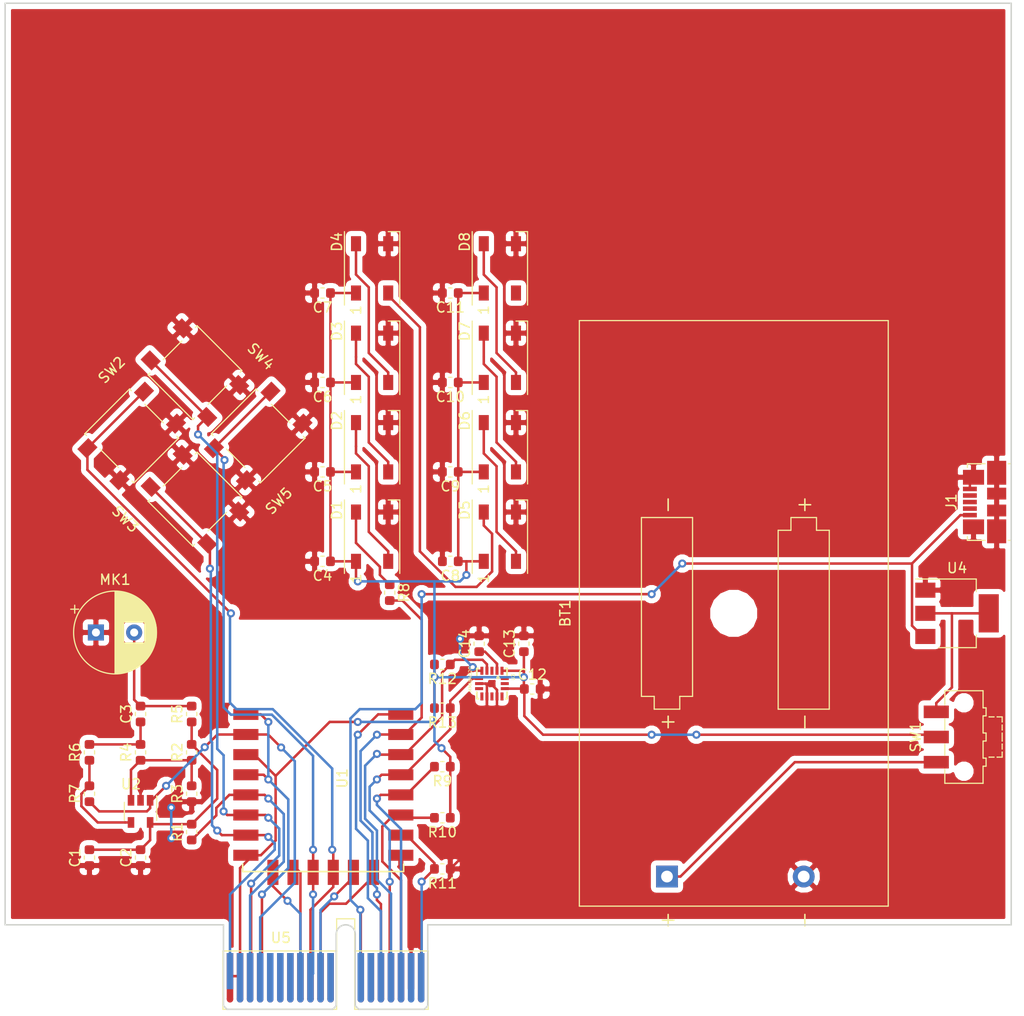
<source format=kicad_pcb>
(kicad_pcb (version 20171130) (host pcbnew "(5.0.0)")
  (layers (0 F.Cu signal) (31 B.Cu signal) (34 B.Paste user) (35 F.Paste user) (36 B.SilkS user) (37 F.SilkS user) (38 B.Mask user) (39 F.Mask user) (44 Edge.Cuts user))
  (net 0 "")
  (net 1 AUD_PWR)
  (net 2 ADC_PIN)
  (net 3 GND)
  (net 4 "Net-(C3-Pad1)")
  (net 5 "Net-(C3-Pad2)")
  (net 6 "Net-(R2-Pad1)")
  (net 7 "Net-(R6-Pad1)")
  (net 8 +3V3)
  (net 9 RX)
  (net 10 "Net-(D1-Pad2)")
  (net 11 "Net-(D2-Pad2)")
  (net 12 "Net-(D3-Pad2)")
  (net 13 "Net-(D4-Pad2)")
  (net 14 "Net-(D5-Pad2)")
  (net 15 "Net-(D6-Pad2)")
  (net 16 "Net-(D7-Pad2)")
  (net 17 "Net-(D8-Pad2)")
  (net 18 TX)
  (net 19 "Net-(D1-Pad4)")
  (net 20 GPIO0)
  (net 21 GPIO15)
  (net 22 "Net-(C14-Pad1)")
  (net 23 SDA)
  (net 24 SCL)
  (net 25 "Net-(U3-Pad11)")
  (net 26 "Net-(U3-Pad9)")
  (net 27 "Net-(BT1-Pad1)")
  (net 28 "Net-(J1-Pad2)")
  (net 29 "Net-(J1-Pad3)")
  (net 30 "Net-(J1-Pad4)")
  (net 31 GPIO2)
  (net 32 "Net-(C1-Pad2)")
  (net 33 "Net-(U5-PadB7)")
  (net 34 REST)
  (net 35 CS0)
  (net 36 MISO)
  (net 37 MOSI)
  (net 38 SCLK)
  (net 39 +5V)
  (net 40 SW2)
  (net 41 SW3)
  (net 42 SW4)
  (net 43 SW5)
  (net 44 "Net-(U5-PadB5)")
  (net 45 "Net-(U5-PadB6)")
  (net 46 "Net-(U5-PadB11)")
  (net 47 "Net-(U5-PadB13)")
  (net 48 "Net-(U5-PadA2)")
  (net 49 "Net-(U5-PadA5)")
  (net 50 "Net-(U5-PadA6)")
  (net 51 "Net-(U5-PadA7)")
  (net 52 "Net-(U5-PadA11)")
  (net 53 "Net-(U5-PadA17)")
  (net 54 "Net-(U5-PadA13)")
  (net 55 "Net-(SW1-Pad3)")
  (module Connector_PCBEdge:BUS_PCIexpress (layer F.Cu) (at 135.89 143.51)
    (fp_text reference U5 (at 5.05 -3.31) (layer F.SilkS))
    (fp_text value BUS_PCIexpress)
    (pad "" connect circle (at 19 2.8) (size 0.65 0.65) (layers F.Cu F.Mask))
    (pad B1 connect rect (at 0 0.5) (size 0.65 4.6) (layers F.Cu F.Mask) (net 8 +3V3))
    (pad B2 connect rect (at 1 0.5) (size 0.65 4.6) (layers F.Cu F.Mask) (net 8 +3V3))
    (pad B3 connect rect (at 2 0.5) (size 0.65 4.6) (layers F.Cu F.Mask) (net 42 SW4))
    (pad B4 connect rect (at 3 0.5) (size 0.65 4.6) (layers F.Cu F.Mask) (net 34 REST))
    (pad B5 connect rect (at 4 0.5) (size 0.65 4.6) (layers F.Cu F.Mask) (net 44 "Net-(U5-PadB5)"))
    (pad B6 connect rect (at 5 0.5) (size 0.65 4.6) (layers F.Cu F.Mask) (net 45 "Net-(U5-PadB6)"))
    (pad B7 connect rect (at 6 0.5) (size 0.65 4.6) (layers F.Cu F.Mask) (net 33 "Net-(U5-PadB7)"))
    (pad B8 connect rect (at 7 0.5) (size 0.65 4.6) (layers F.Cu F.Mask) (net 36 MISO))
    (pad B9 connect rect (at 8 0.5) (size 0.65 4.6) (layers F.Cu F.Mask) (net 40 SW2))
    (pad B10 connect rect (at 9 0.5) (size 0.65 4.6) (layers F.Cu F.Mask) (net 38 SCLK))
    (pad B11 connect rect (at 10 0.5) (size 0.65 4.6) (layers F.Cu F.Mask) (net 46 "Net-(U5-PadB11)"))
    (pad B14 connect rect (at 15 0.5) (size 0.65 4.6) (layers F.Cu F.Mask) (net 9 RX))
    (pad B15 connect rect (at 16 0.5) (size 0.65 4.6) (layers F.Cu F.Mask) (net 23 SDA))
    (pad B16 connect rect (at 17 0.5) (size 0.65 4.6) (layers F.Cu F.Mask) (net 31 GPIO2))
    (pad B17 connect rect (at 18 0) (size 0.65 3.6) (layers F.Cu F.Mask) (net 3 GND))
    (pad B18 connect rect (at 19 0.5) (size 0.65 4.6) (layers F.Cu F.Mask) (net 3 GND))
    (pad B12 connect rect (at 13 0.5) (size 0.65 4.6) (layers F.Cu F.Mask) (net 39 +5V))
    (pad B13 connect rect (at 14 0.5) (size 0.65 4.6) (layers F.Cu F.Mask) (net 47 "Net-(U5-PadB13)"))
    (pad A1 connect rect (at 0 0) (size 0.65 3.6) (layers B.Cu B.Mask) (net 41 SW3))
    (pad A2 connect rect (at 1 0.5) (size 0.65 4.6) (layers B.Cu B.Mask) (net 48 "Net-(U5-PadA2)"))
    (pad A3 connect rect (at 2 0.5) (size 0.65 4.6) (layers B.Cu B.Mask) (net 1 AUD_PWR))
    (pad A4 connect rect (at 3 0.5) (size 0.65 4.6) (layers B.Cu B.Mask) (net 2 ADC_PIN))
    (pad A5 connect rect (at 4 0.5) (size 0.65 4.6) (layers B.Cu B.Mask) (net 49 "Net-(U5-PadA5)"))
    (pad A6 connect rect (at 5 0.5) (size 0.65 4.6) (layers B.Cu B.Mask) (net 50 "Net-(U5-PadA6)"))
    (pad A7 connect rect (at 6 0.5) (size 0.65 4.6) (layers B.Cu B.Mask) (net 51 "Net-(U5-PadA7)"))
    (pad A8 connect rect (at 7 0.5) (size 0.65 4.6) (layers B.Cu B.Mask) (net 35 CS0))
    (pad A9 connect rect (at 8 0.5) (size 0.65 4.6) (layers B.Cu B.Mask) (net 43 SW5))
    (pad A10 connect rect (at 9 0.5) (size 0.65 4.6) (layers B.Cu B.Mask) (net 37 MOSI))
    (pad A11 connect rect (at 10 0.5) (size 0.65 4.6) (layers B.Cu B.Mask) (net 52 "Net-(U5-PadA11)"))
    (pad A14 connect rect (at 15 0.5) (size 0.65 4.6) (layers B.Cu B.Mask) (net 18 TX))
    (pad A15 connect rect (at 16 0.5) (size 0.65 4.6) (layers B.Cu B.Mask) (net 24 SCL))
    (pad A16 connect rect (at 17 0.5) (size 0.65 4.6) (layers B.Cu B.Mask) (net 20 GPIO0))
    (pad A17 connect rect (at 18 0.5) (size 0.65 4.6) (layers B.Cu B.Mask) (net 53 "Net-(U5-PadA17)"))
    (pad A18 connect rect (at 19 0.5) (size 0.65 4.6) (layers B.Cu B.Mask) (net 21 GPIO15))
    (pad A12 connect rect (at 13 0.5) (size 0.65 4.6) (layers B.Cu B.Mask) (net 39 +5V))
    (pad A13 connect rect (at 14 0.5) (size 0.65 4.6) (layers B.Cu B.Mask) (net 54 "Net-(U5-PadA13)"))
    (pad "" connect circle (at 2 2.8) (size 0.65 0.65) (layers F.Cu F.Mask))
    (pad "" connect circle (at 3 2.8) (size 0.65 0.65) (layers F.Cu F.Mask))
    (pad "" connect circle (at 4 2.8) (size 0.65 0.65) (layers F.Cu F.Mask))
    (pad "" connect circle (at 5 2.8) (size 0.65 0.65) (layers F.Cu F.Mask))
    (pad "" connect circle (at 6 2.8) (size 0.65 0.65) (layers F.Cu F.Mask))
    (pad "" connect circle (at 7 2.8) (size 0.65 0.65) (layers F.Cu F.Mask))
    (pad "" connect circle (at 8 2.8) (size 0.65 0.65) (layers F.Cu F.Mask))
    (pad "" connect circle (at 9 2.8) (size 0.65 0.65) (layers F.Cu F.Mask))
    (pad "" connect circle (at 10 2.8) (size 0.65 0.65) (layers F.Cu F.Mask))
    (pad "" connect circle (at 0 2.8) (size 0.65 0.65) (layers F.Cu F.Mask))
    (pad "" connect circle (at 13 2.8) (size 0.65 0.65) (layers F.Cu F.Mask))
    (pad "" connect circle (at 14 2.8) (size 0.65 0.65) (layers F.Cu F.Mask))
    (pad "" connect circle (at 15 2.8) (size 0.65 0.65) (layers F.Cu F.Mask))
    (pad "" connect circle (at 16 2.8) (size 0.65 0.65) (layers F.Cu F.Mask))
    (pad "" connect circle (at 17 2.8) (size 0.65 0.65) (layers F.Cu F.Mask))
    (pad "" connect circle (at 1 2.8) (size 0.65 0.65) (layers F.Cu F.Mask))
    (pad "" connect oval (at 3 2.8 90) (size 0.65 0.65) (layers B.Cu B.Mask))
    (pad "" connect oval (at 4 2.8 90) (size 0.65 0.65) (layers B.Cu B.Mask))
    (pad "" connect oval (at 5 2.8 90) (size 0.65 0.65) (layers B.Cu B.Mask))
    (pad "" connect oval (at 6 2.8 90) (size 0.65 0.65) (layers B.Cu B.Mask))
    (pad "" connect oval (at 7 2.8 90) (size 0.65 0.65) (layers B.Cu B.Mask))
    (pad "" connect oval (at 8 2.8 90) (size 0.65 0.65) (layers B.Cu B.Mask))
    (pad "" connect oval (at 9 2.8 90) (size 0.65 0.65) (layers B.Cu B.Mask))
    (pad "" connect oval (at 15 2.8 90) (size 0.65 0.65) (layers B.Cu B.Mask))
    (pad "" connect oval (at 16 2.8 90) (size 0.65 0.65) (layers B.Cu B.Mask))
    (pad "" connect oval (at 2 2.8 90) (size 0.65 0.65) (layers B.Cu B.Mask))
    (pad "" connect oval (at 14 2.8 90) (size 0.65 0.65) (layers B.Cu B.Mask))
    (pad "" connect oval (at 17 2.8 90) (size 0.65 0.65) (layers B.Cu B.Mask))
    (pad "" connect oval (at 10 2.8 90) (size 0.65 0.65) (layers B.Cu B.Mask))
    (pad "" connect oval (at 13 2.8 90) (size 0.65 0.65) (layers B.Cu B.Mask))
    (pad "" connect oval (at 18 2.8 90) (size 0.65 0.65) (layers B.Cu B.Mask))
    (pad "" connect oval (at 19 2.8 90) (size 0.65 0.65) (layers B.Cu B.Mask))
    (pad "" connect oval (at 1 2.8 90) (size 0.65 0.65) (layers B.Cu B.Mask))
  )
  (module ESP8266:ESP-12E_SMD (layer F.Cu) (at 138.165001 117.995001)
    (fp_text reference U1 (at 8.89 6.35 90) (layer F.SilkS))
    (fp_text value ESP-12F hide)
    (pad 1 smd rect (at 0 0) (size 2.5 1.1) (drill (offset -0.7 0)) (layers F.Cu F.Paste F.Mask) (net 34 REST))
    (pad 2 smd rect (at 0 2) (size 2.5 1.1) (drill (offset -0.7 0)) (layers F.Cu F.Paste F.Mask) (net 2 ADC_PIN))
    (pad 3 smd rect (at 0 4) (size 2.5 1.1) (drill (offset -0.7 0)) (layers F.Cu F.Paste F.Mask) (net 8 +3V3))
    (pad 4 smd rect (at 0 6) (size 2.5 1.1) (drill (offset -0.7 0)) (layers F.Cu F.Paste F.Mask) (net 34 REST))
    (pad 5 smd rect (at 0 8) (size 2.5 1.1) (drill (offset -0.7 0)) (layers F.Cu F.Paste F.Mask) (net 1 AUD_PWR))
    (pad 6 smd rect (at 0 10) (size 2.5 1.1) (drill (offset -0.7 0)) (layers F.Cu F.Paste F.Mask) (net 42 SW4))
    (pad 7 smd rect (at 0 12) (size 2.5 1.1) (drill (offset -0.7 0)) (layers F.Cu F.Paste F.Mask) (net 41 SW3))
    (pad 8 smd rect (at 0 14) (size 2.5 1.1) (drill (offset -0.7 0)) (layers F.Cu F.Paste F.Mask) (net 8 +3V3))
    (pad 9 smd rect (at 14 14) (size 2.5 1.1) (drill (offset 0.7 0)) (layers F.Cu F.Paste F.Mask) (net 3 GND))
    (pad 10 smd rect (at 14 12) (size 2.5 1.1) (drill (offset 0.7 0)) (layers F.Cu F.Paste F.Mask) (net 21 GPIO15))
    (pad 11 smd rect (at 14 10) (size 2.5 1.1) (drill (offset 0.7 0)) (layers F.Cu F.Paste F.Mask) (net 31 GPIO2))
    (pad 12 smd rect (at 14 8) (size 2.5 1.1) (drill (offset 0.7 0)) (layers F.Cu F.Paste F.Mask) (net 20 GPIO0))
    (pad 13 smd rect (at 14 6) (size 2.5 1.1) (drill (offset 0.7 0)) (layers F.Cu F.Paste F.Mask) (net 23 SDA))
    (pad 14 smd rect (at 14 4) (size 2.5 1.1) (drill (offset 0.7 0)) (layers F.Cu F.Paste F.Mask) (net 24 SCL))
    (pad 15 smd rect (at 14 2) (size 2.5 1.1) (drill (offset 0.7 0)) (layers F.Cu F.Paste F.Mask) (net 9 RX))
    (pad 16 smd rect (at 14 0) (size 2.5 1.1) (drill (offset 0.7 0)) (layers F.Cu F.Paste F.Mask) (net 18 TX))
    (pad 17 smd rect (at 1.99 15 90) (size 2.5 1.1) (drill (offset -0.7 0)) (layers F.Cu F.Paste F.Mask) (net 35 CS0))
    (pad 18 smd rect (at 3.99 15 90) (size 2.5 1.1) (drill (offset -0.7 0)) (layers F.Cu F.Paste F.Mask) (net 36 MISO))
    (pad 19 smd rect (at 5.99 15 90) (size 2.5 1.1) (drill (offset -0.7 0)) (layers F.Cu F.Paste F.Mask) (net 43 SW5))
    (pad 20 smd rect (at 7.99 15 90) (size 2.5 1.1) (drill (offset -0.7 0)) (layers F.Cu F.Paste F.Mask) (net 40 SW2))
    (pad 21 smd rect (at 9.99 15 90) (size 2.5 1.1) (drill (offset -0.7 0)) (layers F.Cu F.Paste F.Mask) (net 37 MOSI))
    (pad 22 smd rect (at 11.99 15 90) (size 2.5 1.1) (drill (offset -0.7 0)) (layers F.Cu F.Paste F.Mask) (net 38 SCLK))
  )
  (module LED_SMD:LED_WS2812B_PLCC4_5.0x5.0mm_P3.2mm (layer F.Cu) (at 162.714738 82.552841 90)
    (fp_text reference D7 (at 2.63 -3.5 90) (layer F.SilkS))
    (fp_text value WS2812B)
    (fp_text user 1 (at -4.15 -1.6 90) (layer F.SilkS))
    (pad 1 smd rect (at -2.45 -1.6 90) (size 1.5 1) (layers F.Cu F.Paste F.Mask) (net 8 +3V3))
    (pad 2 smd rect (at -2.45 1.6 90) (size 1.5 1) (layers F.Cu F.Paste F.Mask) (net 16 "Net-(D7-Pad2)"))
    (pad 4 smd rect (at 2.45 -1.6 90) (size 1.5 1) (layers F.Cu F.Paste F.Mask) (net 15 "Net-(D6-Pad2)"))
    (pad 3 smd rect (at 2.45 1.6 90) (size 1.5 1) (layers F.Cu F.Paste F.Mask) (net 3 GND))
  )
  (module LED_SMD:LED_WS2812B_PLCC4_5.0x5.0mm_P3.2mm (layer F.Cu) (at 150.014738 100.332841 90)
    (fp_text reference D1 (at 2.63 -3.5 90) (layer F.SilkS))
    (fp_text value WS2812B)
    (fp_text user 1 (at -4.15 -1.6 90) (layer F.SilkS))
    (pad 3 smd rect (at 2.45 1.6 90) (size 1.5 1) (layers F.Cu F.Paste F.Mask) (net 3 GND))
    (pad 4 smd rect (at 2.45 -1.6 90) (size 1.5 1) (layers F.Cu F.Paste F.Mask) (net 19 "Net-(D1-Pad4)"))
    (pad 2 smd rect (at -2.45 1.6 90) (size 1.5 1) (layers F.Cu F.Paste F.Mask) (net 10 "Net-(D1-Pad2)"))
    (pad 1 smd rect (at -2.45 -1.6 90) (size 1.5 1) (layers F.Cu F.Paste F.Mask) (net 8 +3V3))
  )
  (module Resistor_SMD:R_0603_1608Metric (layer F.Cu) (at 132.08 129.6925 90)
    (fp_text reference R1 (at 0 -1.43 90) (layer F.SilkS))
    (fp_text value 1K)
    (pad 1 smd roundrect (at -0.7875 0 90) (size 0.875 0.95) (layers F.Cu F.Paste F.Mask) (net 1 AUD_PWR))
    (pad 2 smd roundrect (at 0.7875 0 90) (size 0.875 0.95) (layers F.Cu F.Paste F.Mask) (net 32 "Net-(C1-Pad2)"))
  )
  (module Package_TO_SOT_SMD:SOT-23-5 (layer F.Cu) (at 127 127.635 270)
    (fp_text reference U2 (at -2.71 0.95) (layer F.SilkS))
    (fp_text value MCP6001-OT)
    (pad 1 smd rect (at -1.1 -0.95 270) (size 1.06 0.65) (layers F.Cu F.Paste F.Mask) (net 2 ADC_PIN))
    (pad 2 smd rect (at -1.1 0 270) (size 1.06 0.65) (layers F.Cu F.Paste F.Mask) (net 3 GND))
    (pad 3 smd rect (at -1.1 0.95 270) (size 1.06 0.65) (layers F.Cu F.Paste F.Mask) (net 6 "Net-(R2-Pad1)"))
    (pad 4 smd rect (at 1.1 0.95 270) (size 1.06 0.65) (layers F.Cu F.Paste F.Mask) (net 7 "Net-(R6-Pad1)"))
    (pad 5 smd rect (at 1.1 -0.95 270) (size 1.06 0.65) (layers F.Cu F.Paste F.Mask) (net 32 "Net-(C1-Pad2)"))
  )
  (module Capacitor_SMD:C_0603_1608Metric (layer F.Cu) (at 121.92 132.2325 90)
    (fp_text reference C1 (at 0 -1.43 90) (layer F.SilkS))
    (fp_text value 22u)
    (pad 2 smd roundrect (at 0.7875 0 90) (size 0.875 0.95) (layers F.Cu F.Paste F.Mask) (net 32 "Net-(C1-Pad2)"))
    (pad 1 smd roundrect (at -0.7875 0 90) (size 0.875 0.95) (layers F.Cu F.Paste F.Mask) (net 3 GND))
  )
  (module Capacitor_SMD:C_0603_1608Metric (layer F.Cu) (at 127 132.2325 90)
    (fp_text reference C2 (at 0 -1.43 90) (layer F.SilkS))
    (fp_text value 0.22u)
    (pad 1 smd roundrect (at -0.7875 0 90) (size 0.875 0.95) (layers F.Cu F.Paste F.Mask) (net 3 GND))
    (pad 2 smd roundrect (at 0.7875 0 90) (size 0.875 0.95) (layers F.Cu F.Paste F.Mask) (net 32 "Net-(C1-Pad2)"))
  )
  (module Capacitor_SMD:C_0603_1608Metric (layer F.Cu) (at 127 117.9575 90)
    (fp_text reference C3 (at 0 -1.43 90) (layer F.SilkS))
    (fp_text value 0.22u)
    (pad 1 smd roundrect (at -0.7875 0 90) (size 0.875 0.95) (layers F.Cu F.Paste F.Mask) (net 4 "Net-(C3-Pad1)"))
    (pad 2 smd roundrect (at 0.7875 0 90) (size 0.875 0.95) (layers F.Cu F.Paste F.Mask) (net 5 "Net-(C3-Pad2)"))
  )
  (module Capacitor_THT:CP_Radial_D8.0mm_P3.80mm (layer F.Cu) (at 122.565 109.855)
    (fp_text reference MK1 (at 1.9 -5.25) (layer F.SilkS))
    (fp_text value Microphone)
    (pad 1 thru_hole rect (at 0 0) (size 1.6 1.6) (drill 0.8) (layers *.Cu *.Mask) (net 3 GND))
    (pad 2 thru_hole circle (at 3.8 0) (size 1.6 1.6) (drill 0.8) (layers *.Cu *.Mask) (net 5 "Net-(C3-Pad2)"))
  )
  (module Resistor_SMD:R_0603_1608Metric (layer F.Cu) (at 132.08 121.7675 90)
    (fp_text reference R2 (at 0 -1.43 90) (layer F.SilkS))
    (fp_text value 47K)
    (pad 2 smd roundrect (at 0.7875 0 90) (size 0.875 0.95) (layers F.Cu F.Paste F.Mask) (net 32 "Net-(C1-Pad2)"))
    (pad 1 smd roundrect (at -0.7875 0 90) (size 0.875 0.95) (layers F.Cu F.Paste F.Mask) (net 6 "Net-(R2-Pad1)"))
  )
  (module Resistor_SMD:R_0603_1608Metric (layer F.Cu) (at 132.08 125.8825 90)
    (fp_text reference R3 (at 0 -1.43 90) (layer F.SilkS))
    (fp_text value 10K)
    (pad 1 smd roundrect (at -0.7875 0 90) (size 0.875 0.95) (layers F.Cu F.Paste F.Mask) (net 3 GND))
    (pad 2 smd roundrect (at 0.7875 0 90) (size 0.875 0.95) (layers F.Cu F.Paste F.Mask) (net 6 "Net-(R2-Pad1)"))
  )
  (module Resistor_SMD:R_0603_1608Metric (layer F.Cu) (at 127 121.7675 90)
    (fp_text reference R4 (at 0 -1.43 90) (layer F.SilkS))
    (fp_text value 47K)
    (pad 2 smd roundrect (at 0.7875 0 90) (size 0.875 0.95) (layers F.Cu F.Paste F.Mask) (net 4 "Net-(C3-Pad1)"))
    (pad 1 smd roundrect (at -0.7875 0 90) (size 0.875 0.95) (layers F.Cu F.Paste F.Mask) (net 6 "Net-(R2-Pad1)"))
  )
  (module Resistor_SMD:R_0603_1608Metric (layer F.Cu) (at 132.08 117.9575 90)
    (fp_text reference R5 (at 0 -1.43 90) (layer F.SilkS))
    (fp_text value 10K)
    (pad 2 smd roundrect (at 0.7875 0 90) (size 0.875 0.95) (layers F.Cu F.Paste F.Mask) (net 5 "Net-(C3-Pad2)"))
    (pad 1 smd roundrect (at -0.7875 0 90) (size 0.875 0.95) (layers F.Cu F.Paste F.Mask) (net 32 "Net-(C1-Pad2)"))
  )
  (module Resistor_SMD:R_0603_1608Metric (layer F.Cu) (at 121.92 121.7675 90)
    (fp_text reference R6 (at 0 -1.43 90) (layer F.SilkS))
    (fp_text value 10K)
    (pad 1 smd roundrect (at -0.7875 0 90) (size 0.875 0.95) (layers F.Cu F.Paste F.Mask) (net 7 "Net-(R6-Pad1)"))
    (pad 2 smd roundrect (at 0.7875 0 90) (size 0.875 0.95) (layers F.Cu F.Paste F.Mask) (net 4 "Net-(C3-Pad1)"))
  )
  (module Resistor_SMD:R_0603_1608Metric (layer F.Cu) (at 121.92 125.8825 90)
    (fp_text reference R7 (at 0 -1.43 90) (layer F.SilkS))
    (fp_text value 220K)
    (pad 2 smd roundrect (at 0.7875 0 90) (size 0.875 0.95) (layers F.Cu F.Paste F.Mask) (net 7 "Net-(R6-Pad1)"))
    (pad 1 smd roundrect (at -0.7875 0 90) (size 0.875 0.95) (layers F.Cu F.Paste F.Mask) (net 2 ADC_PIN))
  )
  (module Capacitor_SMD:C_0603_1608Metric (layer F.Cu) (at 145.087238 102.782841 180)
    (fp_text reference C4 (at 0 -1.43 180) (layer F.SilkS))
    (fp_text value 1u)
    (pad 2 smd roundrect (at 0.7875 0 180) (size 0.875 0.95) (layers F.Cu F.Paste F.Mask) (net 3 GND))
    (pad 1 smd roundrect (at -0.7875 0 180) (size 0.875 0.95) (layers F.Cu F.Paste F.Mask) (net 8 +3V3))
  )
  (module Capacitor_SMD:C_0603_1608Metric (layer F.Cu) (at 145.087238 93.892841 180)
    (fp_text reference C5 (at 0 -1.43 180) (layer F.SilkS))
    (fp_text value 1u)
    (pad 1 smd roundrect (at -0.7875 0 180) (size 0.875 0.95) (layers F.Cu F.Paste F.Mask) (net 8 +3V3))
    (pad 2 smd roundrect (at 0.7875 0 180) (size 0.875 0.95) (layers F.Cu F.Paste F.Mask) (net 3 GND))
  )
  (module Capacitor_SMD:C_0603_1608Metric (layer F.Cu) (at 145.087238 85.002841 180)
    (fp_text reference C6 (at 0 -1.43 180) (layer F.SilkS))
    (fp_text value 1u)
    (pad 2 smd roundrect (at 0.7875 0 180) (size 0.875 0.95) (layers F.Cu F.Paste F.Mask) (net 3 GND))
    (pad 1 smd roundrect (at -0.7875 0 180) (size 0.875 0.95) (layers F.Cu F.Paste F.Mask) (net 8 +3V3))
  )
  (module Capacitor_SMD:C_0603_1608Metric (layer F.Cu) (at 145.087238 76.112841 180)
    (fp_text reference C7 (at 0 -1.43 180) (layer F.SilkS))
    (fp_text value 1u)
    (pad 1 smd roundrect (at -0.7875 0 180) (size 0.875 0.95) (layers F.Cu F.Paste F.Mask) (net 8 +3V3))
    (pad 2 smd roundrect (at 0.7875 0 180) (size 0.875 0.95) (layers F.Cu F.Paste F.Mask) (net 3 GND))
  )
  (module Capacitor_SMD:C_0603_1608Metric (layer F.Cu) (at 157.787238 102.782841 180)
    (fp_text reference C8 (at 0 -1.43 180) (layer F.SilkS))
    (fp_text value 1u)
    (pad 1 smd roundrect (at -0.7875 0 180) (size 0.875 0.95) (layers F.Cu F.Paste F.Mask) (net 8 +3V3))
    (pad 2 smd roundrect (at 0.7875 0 180) (size 0.875 0.95) (layers F.Cu F.Paste F.Mask) (net 3 GND))
  )
  (module Capacitor_SMD:C_0603_1608Metric (layer F.Cu) (at 157.787238 93.892841 180)
    (fp_text reference C9 (at 0 -1.43 180) (layer F.SilkS))
    (fp_text value 1u)
    (pad 1 smd roundrect (at -0.7875 0 180) (size 0.875 0.95) (layers F.Cu F.Paste F.Mask) (net 8 +3V3))
    (pad 2 smd roundrect (at 0.7875 0 180) (size 0.875 0.95) (layers F.Cu F.Paste F.Mask) (net 3 GND))
  )
  (module Capacitor_SMD:C_0603_1608Metric (layer F.Cu) (at 157.787238 85.002841 180)
    (fp_text reference C10 (at 0 -1.43 180) (layer F.SilkS))
    (fp_text value 1u)
    (pad 2 smd roundrect (at 0.7875 0 180) (size 0.875 0.95) (layers F.Cu F.Paste F.Mask) (net 3 GND))
    (pad 1 smd roundrect (at -0.7875 0 180) (size 0.875 0.95) (layers F.Cu F.Paste F.Mask) (net 8 +3V3))
  )
  (module Capacitor_SMD:C_0603_1608Metric (layer F.Cu) (at 157.787238 76.112841 180)
    (fp_text reference C11 (at 0 -1.43 180) (layer F.SilkS))
    (fp_text value 1u)
    (pad 2 smd roundrect (at 0.7875 0 180) (size 0.875 0.95) (layers F.Cu F.Paste F.Mask) (net 3 GND))
    (pad 1 smd roundrect (at -0.7875 0 180) (size 0.875 0.95) (layers F.Cu F.Paste F.Mask) (net 8 +3V3))
  )
  (module LED_SMD:LED_WS2812B_PLCC4_5.0x5.0mm_P3.2mm (layer F.Cu) (at 150.014738 91.442841 90)
    (fp_text reference D2 (at 2.63 -3.5 90) (layer F.SilkS))
    (fp_text value WS2812B)
    (fp_text user 1 (at -4.15 -1.6 90) (layer F.SilkS))
    (pad 3 smd rect (at 2.45 1.6 90) (size 1.5 1) (layers F.Cu F.Paste F.Mask) (net 3 GND))
    (pad 4 smd rect (at 2.45 -1.6 90) (size 1.5 1) (layers F.Cu F.Paste F.Mask) (net 10 "Net-(D1-Pad2)"))
    (pad 2 smd rect (at -2.45 1.6 90) (size 1.5 1) (layers F.Cu F.Paste F.Mask) (net 11 "Net-(D2-Pad2)"))
    (pad 1 smd rect (at -2.45 -1.6 90) (size 1.5 1) (layers F.Cu F.Paste F.Mask) (net 8 +3V3))
  )
  (module LED_SMD:LED_WS2812B_PLCC4_5.0x5.0mm_P3.2mm (layer F.Cu) (at 150.014738 82.552841 90)
    (fp_text reference D3 (at 2.63 -3.5 90) (layer F.SilkS))
    (fp_text value WS2812B)
    (fp_text user 1 (at -4.15 -1.6 90) (layer F.SilkS))
    (pad 1 smd rect (at -2.45 -1.6 90) (size 1.5 1) (layers F.Cu F.Paste F.Mask) (net 8 +3V3))
    (pad 2 smd rect (at -2.45 1.6 90) (size 1.5 1) (layers F.Cu F.Paste F.Mask) (net 12 "Net-(D3-Pad2)"))
    (pad 4 smd rect (at 2.45 -1.6 90) (size 1.5 1) (layers F.Cu F.Paste F.Mask) (net 11 "Net-(D2-Pad2)"))
    (pad 3 smd rect (at 2.45 1.6 90) (size 1.5 1) (layers F.Cu F.Paste F.Mask) (net 3 GND))
  )
  (module LED_SMD:LED_WS2812B_PLCC4_5.0x5.0mm_P3.2mm (layer F.Cu) (at 150.014738 73.662841 90)
    (fp_text reference D4 (at 2.63 -3.5 90) (layer F.SilkS))
    (fp_text value WS2812B)
    (fp_text user 1 (at -4.15 -1.6 90) (layer F.SilkS))
    (pad 1 smd rect (at -2.45 -1.6 90) (size 1.5 1) (layers F.Cu F.Paste F.Mask) (net 8 +3V3))
    (pad 2 smd rect (at -2.45 1.6 90) (size 1.5 1) (layers F.Cu F.Paste F.Mask) (net 13 "Net-(D4-Pad2)"))
    (pad 4 smd rect (at 2.45 -1.6 90) (size 1.5 1) (layers F.Cu F.Paste F.Mask) (net 12 "Net-(D3-Pad2)"))
    (pad 3 smd rect (at 2.45 1.6 90) (size 1.5 1) (layers F.Cu F.Paste F.Mask) (net 3 GND))
  )
  (module LED_SMD:LED_WS2812B_PLCC4_5.0x5.0mm_P3.2mm (layer F.Cu) (at 162.714738 100.332841 90)
    (fp_text reference D5 (at 2.63 -3.5 90) (layer F.SilkS))
    (fp_text value WS2812B)
    (fp_text user 1 (at -4.15 -1.6 90) (layer F.SilkS))
    (pad 3 smd rect (at 2.45 1.6 90) (size 1.5 1) (layers F.Cu F.Paste F.Mask) (net 3 GND))
    (pad 4 smd rect (at 2.45 -1.6 90) (size 1.5 1) (layers F.Cu F.Paste F.Mask) (net 13 "Net-(D4-Pad2)"))
    (pad 2 smd rect (at -2.45 1.6 90) (size 1.5 1) (layers F.Cu F.Paste F.Mask) (net 14 "Net-(D5-Pad2)"))
    (pad 1 smd rect (at -2.45 -1.6 90) (size 1.5 1) (layers F.Cu F.Paste F.Mask) (net 8 +3V3))
  )
  (module LED_SMD:LED_WS2812B_PLCC4_5.0x5.0mm_P3.2mm (layer F.Cu) (at 162.714738 91.442841 90)
    (fp_text reference D6 (at 2.63 -3.5 90) (layer F.SilkS))
    (fp_text value WS2812B)
    (fp_text user 1 (at -4.15 -1.6 90) (layer F.SilkS))
    (pad 3 smd rect (at 2.45 1.6 90) (size 1.5 1) (layers F.Cu F.Paste F.Mask) (net 3 GND))
    (pad 4 smd rect (at 2.45 -1.6 90) (size 1.5 1) (layers F.Cu F.Paste F.Mask) (net 14 "Net-(D5-Pad2)"))
    (pad 2 smd rect (at -2.45 1.6 90) (size 1.5 1) (layers F.Cu F.Paste F.Mask) (net 15 "Net-(D6-Pad2)"))
    (pad 1 smd rect (at -2.45 -1.6 90) (size 1.5 1) (layers F.Cu F.Paste F.Mask) (net 8 +3V3))
  )
  (module LED_SMD:LED_WS2812B_PLCC4_5.0x5.0mm_P3.2mm (layer F.Cu) (at 162.714738 73.662841 90)
    (fp_text reference D8 (at 2.63 -3.5 90) (layer F.SilkS))
    (fp_text value WS2812B)
    (fp_text user 1 (at -4.15 -1.6 90) (layer F.SilkS))
    (pad 1 smd rect (at -2.45 -1.6 90) (size 1.5 1) (layers F.Cu F.Paste F.Mask) (net 8 +3V3))
    (pad 2 smd rect (at -2.45 1.6 90) (size 1.5 1) (layers F.Cu F.Paste F.Mask) (net 17 "Net-(D8-Pad2)"))
    (pad 4 smd rect (at 2.45 -1.6 90) (size 1.5 1) (layers F.Cu F.Paste F.Mask) (net 16 "Net-(D7-Pad2)"))
    (pad 3 smd rect (at 2.45 1.6 90) (size 1.5 1) (layers F.Cu F.Paste F.Mask) (net 3 GND))
  )
  (module Resistor_SMD:R_0603_1608Metric (layer F.Cu) (at 151.765 105.8925 270)
    (fp_text reference R8 (at 0 -1.43 270) (layer F.SilkS))
    (fp_text value 70)
    (pad 2 smd roundrect (at 0.7875 0 270) (size 0.875 0.95) (layers F.Cu F.Paste F.Mask) (net 9 RX))
    (pad 1 smd roundrect (at -0.7875 0 270) (size 0.875 0.95) (layers F.Cu F.Paste F.Mask) (net 19 "Net-(D1-Pad4)"))
  )
  (module Resistor_SMD:R_0603_1608Metric (layer F.Cu) (at 156.9975 123.19 180)
    (fp_text reference R9 (at 0 -1.43 180) (layer F.SilkS))
    (fp_text value 10K)
    (pad 1 smd roundrect (at -0.7875 0 180) (size 0.875 0.95) (layers F.Cu F.Paste F.Mask) (net 8 +3V3))
    (pad 2 smd roundrect (at 0.7875 0 180) (size 0.875 0.95) (layers F.Cu F.Paste F.Mask) (net 20 GPIO0))
  )
  (module Resistor_SMD:R_0603_1608Metric (layer F.Cu) (at 156.9975 128.27 180)
    (fp_text reference R10 (at 0 -1.43 180) (layer F.SilkS))
    (fp_text value 10K)
    (pad 1 smd roundrect (at -0.7875 0 180) (size 0.875 0.95) (layers F.Cu F.Paste F.Mask) (net 8 +3V3))
    (pad 2 smd roundrect (at 0.7875 0 180) (size 0.875 0.95) (layers F.Cu F.Paste F.Mask) (net 31 GPIO2))
  )
  (module Resistor_SMD:R_0603_1608Metric (layer F.Cu) (at 156.9975 133.35 180)
    (fp_text reference R11 (at 0 -1.43 180) (layer F.SilkS))
    (fp_text value 10K)
    (pad 1 smd roundrect (at -0.7875 0 180) (size 0.875 0.95) (layers F.Cu F.Paste F.Mask) (net 3 GND))
    (pad 2 smd roundrect (at 0.7875 0 180) (size 0.875 0.95) (layers F.Cu F.Paste F.Mask) (net 21 GPIO15))
  )
  (module Capacitor_SMD:C_0603_1608Metric (layer F.Cu) (at 165.932345 115.467844)
    (fp_text reference C12 (at 0 -1.43) (layer F.SilkS))
    (fp_text value 0.1u)
    (pad 1 smd roundrect (at -0.7875 0) (size 0.875 0.95) (layers F.Cu F.Paste F.Mask) (net 8 +3V3))
    (pad 2 smd roundrect (at 0.7875 0) (size 0.875 0.95) (layers F.Cu F.Paste F.Mask) (net 3 GND))
  )
  (module Capacitor_SMD:C_0603_1608Metric (layer F.Cu) (at 165.1 110.9725 90)
    (fp_text reference C13 (at 0 -1.43 90) (layer F.SilkS))
    (fp_text value 4.7u)
    (pad 2 smd roundrect (at 0.7875 0 90) (size 0.875 0.95) (layers F.Cu F.Paste F.Mask) (net 3 GND))
    (pad 1 smd roundrect (at -0.7875 0 90) (size 0.875 0.95) (layers F.Cu F.Paste F.Mask) (net 8 +3V3))
  )
  (module Capacitor_SMD:C_0603_1608Metric (layer F.Cu) (at 160.655 110.9725 90)
    (fp_text reference C14 (at 0 -1.43 90) (layer F.SilkS))
    (fp_text value 0.1u)
    (pad 1 smd roundrect (at -0.7875 0 90) (size 0.875 0.95) (layers F.Cu F.Paste F.Mask) (net 22 "Net-(C14-Pad1)"))
    (pad 2 smd roundrect (at 0.7875 0 90) (size 0.875 0.95) (layers F.Cu F.Paste F.Mask) (net 3 GND))
  )
  (module Resistor_SMD:R_0603_1608Metric (layer F.Cu) (at 156.9975 113.03 180)
    (fp_text reference R12 (at 0 -1.43 180) (layer F.SilkS))
    (fp_text value 10k)
    (pad 1 smd roundrect (at -0.7875 0 180) (size 0.875 0.95) (layers F.Cu F.Paste F.Mask) (net 24 SCL))
    (pad 2 smd roundrect (at 0.7875 0 180) (size 0.875 0.95) (layers F.Cu F.Paste F.Mask) (net 8 +3V3))
  )
  (module MMA8452Q:QFN-16_0.5MM (layer F.Cu) (at 161.925 114.935 270)
    (fp_text reference U3 (at -0.638324 -2.1069 270) (layer F.SilkS) (effects (font (size 0.320561 0.320561) (thickness 0.05))))
    (fp_text value MMA8452Q (at -0.43622 2.16326 270) (layer F.SilkS) (effects (font (size 0.320454 0.320454) (thickness 0.05))))
    (fp_text user X (at -0.300395 0.60079 270) (layer Edge.Cuts) (effects (font (thickness 0.05))))
    (fp_text user Y (at -0.300472 0.100157 270) (layer Edge.Cuts) (effects (font (thickness 0.05))))
    (fp_text user Z (at -0.300055 -0.400074 270) (layer Edge.Cuts) (effects (font (thickness 0.05))))
    (pad 15 smd rect (at 0 -1.275 90) (size 0.3 0.8) (layers F.Cu F.Paste F.Mask))
    (pad 14 smd rect (at 0.5 -1.275 90) (size 0.3 0.8) (layers F.Cu F.Paste F.Mask) (net 8 +3V3))
    (pad 13 smd rect (at 1.275 -1) (size 0.3 0.8) (layers F.Cu F.Paste F.Mask))
    (pad 12 smd rect (at 1.275 -0.5) (size 0.3 0.8) (layers F.Cu F.Paste F.Mask) (net 3 GND))
    (pad 11 smd rect (at 1.275 0) (size 0.3 0.8) (layers F.Cu F.Paste F.Mask) (net 25 "Net-(U3-Pad11)"))
    (pad 10 smd rect (at 1.275 0.5) (size 0.3 0.8) (layers F.Cu F.Paste F.Mask) (net 3 GND))
    (pad 9 smd rect (at 1.275 1) (size 0.3 0.8) (layers F.Cu F.Paste F.Mask) (net 26 "Net-(U3-Pad9)"))
    (pad 16 smd rect (at -0.5 -1.275 90) (size 0.3 0.8) (layers F.Cu F.Paste F.Mask))
    (pad 7 smd rect (at 0 1.275 270) (size 0.3 0.8) (layers F.Cu F.Paste F.Mask) (net 3 GND))
    (pad 6 smd rect (at -0.5 1.275 270) (size 0.3 0.8) (layers F.Cu F.Paste F.Mask) (net 23 SDA))
    (pad 8 smd rect (at 0.5 1.275 270) (size 0.3 0.8) (layers F.Cu F.Paste F.Mask))
    (pad 3 smd rect (at -1.275 0 180) (size 0.3 0.8) (layers F.Cu F.Paste F.Mask))
    (pad 2 smd rect (at -1.275 -0.5 180) (size 0.3 0.8) (layers F.Cu F.Paste F.Mask) (net 22 "Net-(C14-Pad1)"))
    (pad 1 smd rect (at -1.275 -1 180) (size 0.3 0.8) (layers F.Cu F.Paste F.Mask) (net 8 +3V3))
    (pad 4 smd rect (at -1.275 0.5 180) (size 0.3 0.8) (layers F.Cu F.Paste F.Mask) (net 24 SCL))
    (pad 5 smd rect (at -1.275 1 180) (size 0.3 0.8) (layers F.Cu F.Paste F.Mask) (net 3 GND))
  )
  (module Resistor_SMD:R_0603_1608Metric (layer F.Cu) (at 156.9975 117.372844 180)
    (fp_text reference R13 (at 0 -1.43 180) (layer F.SilkS))
    (fp_text value 10k)
    (pad 1 smd roundrect (at -0.7875 0 180) (size 0.875 0.95) (layers F.Cu F.Paste F.Mask) (net 23 SDA))
    (pad 2 smd roundrect (at 0.7875 0 180) (size 0.875 0.95) (layers F.Cu F.Paste F.Mask) (net 8 +3V3))
  )
  (module Button_Switch_SMD:SW_SPST_B3S-1000 (layer F.Cu) (at 126.120843 90.317439 45)
    (fp_text reference SW2 (at 3.228548 -6.0395 45) (layer F.SilkS))
    (fp_text value SW_Push)
    (pad 1 smd rect (at -3.975 -2.25 45) (size 1.55 1.3) (layers F.Cu F.Paste F.Mask) (net 40 SW2))
    (pad 1 smd rect (at 3.975 -2.25 45) (size 1.55 1.3) (layers F.Cu F.Paste F.Mask) (net 40 SW2))
    (pad 2 smd rect (at -3.975 2.25 45) (size 1.55 1.3) (layers F.Cu F.Paste F.Mask) (net 3 GND))
    (pad 2 smd rect (at 3.975 2.25 45) (size 1.55 1.3) (layers F.Cu F.Paste F.Mask) (net 3 GND))
  )
  (module Button_Switch_SMD:SW_SPST_B3S-1000 (layer F.Cu) (at 132.407022 96.603618 135)
    (fp_text reference SW3 (at 3.4995 -6.296452 135) (layer F.SilkS))
    (fp_text value SW_Push)
    (pad 2 smd rect (at 3.975 2.25 135) (size 1.55 1.3) (layers F.Cu F.Paste F.Mask) (net 3 GND))
    (pad 2 smd rect (at -3.975 2.25 135) (size 1.55 1.3) (layers F.Cu F.Paste F.Mask) (net 3 GND))
    (pad 1 smd rect (at 3.975 -2.25 135) (size 1.55 1.3) (layers F.Cu F.Paste F.Mask) (net 41 SW3))
    (pad 1 smd rect (at -3.975 -2.25 135) (size 1.55 1.3) (layers F.Cu F.Paste F.Mask) (net 41 SW3))
  )
  (module Button_Switch_SMD:SW_SPST_B3S-1000 (layer F.Cu) (at 132.407022 84.03126 135)
    (fp_text reference SW4 (at -3.4855 5.768548 135) (layer F.SilkS))
    (fp_text value SW_Push)
    (pad 1 smd rect (at -3.975 -2.25 135) (size 1.55 1.3) (layers F.Cu F.Paste F.Mask) (net 42 SW4))
    (pad 1 smd rect (at 3.975 -2.25 135) (size 1.55 1.3) (layers F.Cu F.Paste F.Mask) (net 42 SW4))
    (pad 2 smd rect (at -3.975 2.25 135) (size 1.55 1.3) (layers F.Cu F.Paste F.Mask) (net 3 GND))
    (pad 2 smd rect (at 3.975 2.25 135) (size 1.55 1.3) (layers F.Cu F.Paste F.Mask) (net 3 GND))
  )
  (module Button_Switch_SMD:SW_SPST_B3S-1000 (layer F.Cu) (at 138.693201 90.317439 45)
    (fp_text reference SW5 (at -3.121452 6.0255 45) (layer F.SilkS))
    (fp_text value SW_Push hide)
    (pad 2 smd rect (at 3.975 2.25 45) (size 1.55 1.3) (layers F.Cu F.Paste F.Mask) (net 3 GND))
    (pad 2 smd rect (at -3.975 2.25 45) (size 1.55 1.3) (layers F.Cu F.Paste F.Mask) (net 3 GND))
    (pad 1 smd rect (at 3.975 -2.25 45) (size 1.55 1.3) (layers F.Cu F.Paste F.Mask) (net 43 SW5))
    (pad 1 smd rect (at -3.975 -2.25 45) (size 1.55 1.3) (layers F.Cu F.Paste F.Mask) (net 43 SW5))
  )
  (module Battery:BatteryHolder_MPD_BC2AAPC_2xAA (layer F.Cu) (at 179.324 134.112 90)
    (fp_text reference BT1 (at 26.16 -10.11 90) (layer F.SilkS))
    (fp_text value Battery)
    (fp_text user - (at 36.955 0 90) (layer F.SilkS) (effects (font (size 1.5 1.5))))
    (fp_text user + (at 15.365 0 90) (layer F.SilkS) (effects (font (size 1.5 1.5))))
    (fp_text user - (at 15.365 13.59 90) (layer F.SilkS) (effects (font (size 1.5 1.5))))
    (fp_text user + (at 36.955 13.59 90) (layer F.SilkS) (effects (font (size 1.5 1.5))))
    (fp_text user + (at -4.34 0 90) (layer F.SilkS) (effects (font (size 1.5 1.5))))
    (fp_text user - (at -4.34 13.59 90) (layer F.SilkS) (effects (font (size 1.5 1.5))))
    (pad 1 thru_hole rect (at 0 0 90) (size 2.17 2.17) (drill 1.17) (layers *.Cu *.Mask) (net 27 "Net-(BT1-Pad1)"))
    (pad 2 thru_hole circle (at 0 13.59 90) (size 2.17 2.17) (drill 1.17) (layers *.Cu *.Mask) (net 3 GND))
    (pad "" np_thru_hole circle (at 26.16 6.63 90) (size 3.65 3.65) (drill 3.65) (layers *.Cu *.Mask))
  )
  (module Connector_USB:USB_Micro-B_Molex_47346-0001 (layer F.Cu) (at 210.89 96.89 90)
    (fp_text reference J1 (at 0 -3.3 270) (layer F.SilkS))
    (fp_text value USB_B_Micro)
    (pad 1 smd rect (at -1.3 -1.46 90) (size 0.45 1.38) (layers F.Cu F.Paste F.Mask) (net 39 +5V))
    (pad 2 smd rect (at -0.65 -1.46 90) (size 0.45 1.38) (layers F.Cu F.Paste F.Mask) (net 28 "Net-(J1-Pad2)"))
    (pad 3 smd rect (at 0 -1.46 90) (size 0.45 1.38) (layers F.Cu F.Paste F.Mask) (net 29 "Net-(J1-Pad3)"))
    (pad 4 smd rect (at 0.65 -1.46 90) (size 0.45 1.38) (layers F.Cu F.Paste F.Mask) (net 30 "Net-(J1-Pad4)"))
    (pad 5 smd rect (at 1.3 -1.46 90) (size 0.45 1.38) (layers F.Cu F.Paste F.Mask) (net 3 GND))
    (pad 6 smd rect (at -2.4625 -1.1 90) (size 1.475 2.1) (layers F.Cu F.Paste F.Mask) (net 3 GND))
    (pad 6 smd rect (at 2.4625 -1.1 90) (size 1.475 2.1) (layers F.Cu F.Paste F.Mask) (net 3 GND))
    (pad 6 smd rect (at -2.91 1.2 90) (size 2.375 1.9) (layers F.Cu F.Paste F.Mask) (net 3 GND))
    (pad 6 smd rect (at 2.91 1.2 90) (size 2.375 1.9) (layers F.Cu F.Paste F.Mask) (net 3 GND))
    (pad 6 smd rect (at -0.84 1.2 90) (size 1.175 1.9) (layers F.Cu F.Paste F.Mask) (net 3 GND))
    (pad 6 smd rect (at 0.84 1.2 90) (size 1.175 1.9) (layers F.Cu F.Paste F.Mask) (net 3 GND))
  )
  (module Button_Switch_SMD:SW_SPDT_CK-JS102011SAQN (layer F.Cu) (at 208.8388 120.2436 90)
    (fp_text reference SW1 (at 0 -4.8 90) (layer F.SilkS))
    (fp_text value SW_SPDT)
    (pad 1 smd rect (at -2.5 -2.75 90) (size 1.25 2.5) (layers F.Cu F.Paste F.Mask) (net 27 "Net-(BT1-Pad1)"))
    (pad 2 smd rect (at 0 -2.75 90) (size 1.25 2.5) (layers F.Cu F.Paste F.Mask) (net 8 +3V3))
    (pad 3 smd rect (at 2.5 -2.75 90) (size 1.25 2.5) (layers F.Cu F.Paste F.Mask) (net 55 "Net-(SW1-Pad3)"))
    (pad "" np_thru_hole circle (at -3.4 0 90) (size 0.9 0.9) (drill 0.9) (layers *.Cu *.Mask))
    (pad "" np_thru_hole circle (at 3.4 0 90) (size 0.9 0.9) (drill 0.9) (layers *.Cu *.Mask))
  )
  (module Package_TO_SOT_SMD:SOT-223-3_TabPin2 (layer F.Cu) (at 208.153 107.95)
    (fp_text reference U4 (at 0 -4.5) (layer F.SilkS))
    (fp_text value AP1117-33)
    (pad 2 smd rect (at 3.15 0) (size 2 3.8) (layers F.Cu F.Paste F.Mask) (net 55 "Net-(SW1-Pad3)"))
    (pad 2 smd rect (at -3.15 0) (size 2 1.5) (layers F.Cu F.Paste F.Mask) (net 55 "Net-(SW1-Pad3)"))
    (pad 3 smd rect (at -3.15 2.3) (size 2 1.5) (layers F.Cu F.Paste F.Mask) (net 39 +5V))
    (pad 1 smd rect (at -3.15 -2.3) (size 2 1.5) (layers F.Cu F.Paste F.Mask) (net 3 GND))
  )
  (gr_line (start 155.5423 138.910742) (end 213.538 138.910742) (layer Edge.Cuts) (width 0.15))
  (gr_line (start 213.538 47.310742) (end 213.538 138.910742) (layer Edge.Cuts) (width 0.15))
  (gr_line (start 113.538 138.910742) (end 135.2423 138.910742) (layer Edge.Cuts) (width 0.15))
  (gr_line (start 113.538 47.310742) (end 113.538 138.910742) (layer Edge.Cuts) (width 0.15))
  (gr_line (start 113.538 47.310742) (end 213.538 47.310742) (layer Edge.Cuts) (width 0.15))
  (gr_line (start 155.5423 146.956742) (end 155.5423 138.910742) (layer Edge.Cuts) (width 0.15))
  (gr_line (start 135.2423 146.956742) (end 135.2423 138.910742) (layer Edge.Cuts) (width 0.15))
  (gr_line (start 148.6963 147.310742) (end 155.1883 147.310742) (layer Edge.Cuts) (width 0.15))
  (gr_line (start 155.1883 147.310742) (end 155.5423 146.956742) (layer Edge.Cuts) (width 0.15))
  (gr_line (start 148.3423 146.956742) (end 148.6963 147.310742) (layer Edge.Cuts) (width 0.15))
  (gr_line (start 148.3423 146.956742) (end 148.3423 139.860742) (layer Edge.Cuts) (width 0.15))
  (gr_line (start 146.4423 146.956742) (end 146.4423 139.860742) (layer Edge.Cuts) (width 0.15))
  (gr_arc (start 147.3923 139.860742) (end 146.4423 139.860742) (angle 180) (layer Edge.Cuts) (width 0.15))
  (gr_line (start 146.0883 147.310742) (end 146.4423 146.956742) (layer Edge.Cuts) (width 0.15))
  (gr_line (start 135.5963 147.310742) (end 146.0883 147.310742) (layer Edge.Cuts) (width 0.15))
  (gr_line (start 135.2423 146.956742) (end 135.5963 147.310742) (layer Edge.Cuts) (width 0.15))
  (segment (start 136.564999 125.995001) (end 138.165001 125.995001) (width 0.25) (layer F.Cu) (net 1))
  (via (at 139.7 126.365) (size 0.8) (drill 0.4) (layers F.Cu B.Cu) (net 1))
  (segment (start 138.165001 125.995001) (end 139.330001 125.995001) (width 0.25) (layer F.Cu) (net 1))
  (segment (start 139.330001 125.995001) (end 139.7 126.365) (width 0.25) (layer F.Cu) (net 1))
  (segment (start 137.89 135.988308) (end 137.89 144.01) (width 0.25) (layer B.Cu) (net 1))
  (segment (start 141.235023 132.643285) (end 137.89 135.988308) (width 0.25) (layer B.Cu) (net 1))
  (segment (start 139.7 126.365) (end 141.235023 127.900024) (width 0.25) (layer B.Cu) (net 1))
  (segment (start 141.235023 127.900024) (end 141.235023 132.643285) (width 0.25) (layer B.Cu) (net 1))
  (segment (start 135.821997 125.995001) (end 138.165001 125.995001) (width 0.25) (layer F.Cu) (net 1))
  (segment (start 134.529999 127.286999) (end 135.821997 125.995001) (width 0.25) (layer F.Cu) (net 1))
  (segment (start 134.529999 128.030001) (end 134.529999 127.286999) (width 0.25) (layer F.Cu) (net 1))
  (segment (start 132.08 130.48) (end 134.529999 128.030001) (width 0.25) (layer F.Cu) (net 1))
  (segment (start 127.95 127.315) (end 127.95 126.535) (width 0.25) (layer F.Cu) (net 2))
  (segment (start 127.63 127.635) (end 127.95 127.315) (width 0.25) (layer F.Cu) (net 2))
  (segment (start 122.885 127.635) (end 127.63 127.635) (width 0.25) (layer F.Cu) (net 2))
  (segment (start 121.92 126.67) (end 122.885 127.635) (width 0.25) (layer F.Cu) (net 2))
  (segment (start 128.12 126.365) (end 127.95 126.535) (width 0.25) (layer F.Cu) (net 2))
  (segment (start 138.89 141.46) (end 138.89 144.01) (width 0.25) (layer B.Cu) (net 2))
  (segment (start 138.89 138.166998) (end 138.89 141.46) (width 0.25) (layer B.Cu) (net 2))
  (segment (start 140.97 121.285) (end 139.680001 119.995001) (width 0.25) (layer F.Cu) (net 2))
  (segment (start 139.680001 119.995001) (end 138.165001 119.995001) (width 0.25) (layer F.Cu) (net 2))
  (segment (start 140.97 121.285) (end 142.330001 122.645001) (width 0.25) (layer B.Cu) (net 2))
  (segment (start 142.330001 122.645001) (end 142.330001 134.726997) (width 0.25) (layer B.Cu) (net 2))
  (segment (start 142.330001 134.726997) (end 138.89 138.166998) (width 0.25) (layer B.Cu) (net 2))
  (via (at 140.97 121.285) (size 0.8) (drill 0.4) (layers F.Cu B.Cu) (net 2))
  (via (at 133.380153 121.254847) (size 0.8) (drill 0.4) (layers F.Cu B.Cu) (net 2))
  (segment (start 138.165001 119.995001) (end 134.639999 119.995001) (width 0.25) (layer F.Cu) (net 2))
  (segment (start 134.639999 119.995001) (end 133.380153 121.254847) (width 0.25) (layer F.Cu) (net 2))
  (via (at 129.54 125.095) (size 0.8) (drill 0.4) (layers F.Cu B.Cu) (net 2))
  (segment (start 133.380153 121.254847) (end 129.54 125.095) (width 0.25) (layer B.Cu) (net 2))
  (segment (start 128.1 126.535) (end 127.95 126.535) (width 0.25) (layer F.Cu) (net 2))
  (segment (start 129.54 125.095) (end 128.1 126.535) (width 0.25) (layer F.Cu) (net 2))
  (segment (start 154.89 144.01) (end 154.89 140.92) (width 0.25) (layer F.Cu) (net 3))
  (segment (start 154.89 140.92) (end 154.305 140.335) (width 0.25) (layer F.Cu) (net 3))
  (segment (start 153.89 140.75) (end 153.89 143.51) (width 0.25) (layer F.Cu) (net 3))
  (segment (start 154.305 140.335) (end 153.89 140.75) (width 0.25) (layer F.Cu) (net 3))
  (via (at 160.02 113.293388) (size 0.8) (drill 0.4) (layers F.Cu B.Cu) (net 3))
  (segment (start 160.925 113.66) (end 160.386612 113.66) (width 0.25) (layer F.Cu) (net 3))
  (segment (start 160.386612 113.66) (end 160.02 113.293388) (width 0.25) (layer F.Cu) (net 3))
  (via (at 158.75 110.49) (size 0.8) (drill 0.4) (layers F.Cu B.Cu) (net 3))
  (segment (start 160.02 113.293388) (end 158.75 112.023388) (width 0.25) (layer B.Cu) (net 3))
  (segment (start 158.75 112.023388) (end 158.75 110.49) (width 0.25) (layer B.Cu) (net 3))
  (segment (start 158.75 110.49) (end 159.004 110.236) (width 0.25) (layer F.Cu) (net 3))
  (segment (start 159.004 110.236) (end 159.258 110.236) (width 0.25) (layer F.Cu) (net 3))
  (segment (start 159.309 110.185) (end 160.655 110.185) (width 0.25) (layer F.Cu) (net 3))
  (segment (start 159.258 110.236) (end 159.309 110.185) (width 0.25) (layer F.Cu) (net 3))
  (via (at 130.048 127.254) (size 0.8) (drill 0.4) (layers F.Cu B.Cu) (net 3))
  (segment (start 132.08 126.67) (end 130.632 126.67) (width 0.25) (layer F.Cu) (net 3))
  (segment (start 130.632 126.67) (end 130.048 127.254) (width 0.25) (layer F.Cu) (net 3))
  (via (at 130.048 130.302) (size 0.8) (drill 0.4) (layers F.Cu B.Cu) (net 3))
  (segment (start 130.048 127.254) (end 130.048 130.302) (width 0.25) (layer B.Cu) (net 3))
  (segment (start 130.048 130.302) (end 130.048 132.588) (width 0.25) (layer F.Cu) (net 3))
  (segment (start 129.616 133.02) (end 127 133.02) (width 0.25) (layer F.Cu) (net 3))
  (segment (start 130.048 132.588) (end 129.616 133.02) (width 0.25) (layer F.Cu) (net 3))
  (segment (start 127 126.535) (end 127 125.222) (width 0.25) (layer F.Cu) (net 3))
  (segment (start 127 125.222) (end 128.524 123.698) (width 0.25) (layer F.Cu) (net 3))
  (segment (start 128.524 123.698) (end 130.302 123.698) (width 0.25) (layer F.Cu) (net 3))
  (segment (start 130.302 123.698) (end 130.81 124.206) (width 0.25) (layer F.Cu) (net 3))
  (segment (start 130.81 126.492) (end 130.048 127.254) (width 0.25) (layer F.Cu) (net 3))
  (segment (start 130.81 124.206) (end 130.81 126.492) (width 0.25) (layer F.Cu) (net 3))
  (segment (start 162.425 115.56) (end 162.425 116.21) (width 0.25) (layer F.Cu) (net 3))
  (segment (start 161.8 114.935) (end 162.425 115.56) (width 0.25) (layer F.Cu) (net 3))
  (segment (start 161.425 115.07) (end 161.29 114.935) (width 0.25) (layer F.Cu) (net 3))
  (segment (start 161.425 116.21) (end 161.425 115.07) (width 0.25) (layer F.Cu) (net 3))
  (segment (start 160.65 114.935) (end 161.29 114.935) (width 0.25) (layer F.Cu) (net 3))
  (segment (start 161.29 114.935) (end 161.8 114.935) (width 0.25) (layer F.Cu) (net 3))
  (segment (start 161.425 116.21) (end 161.425 117.61) (width 0.25) (layer F.Cu) (net 3))
  (segment (start 162.425 116.21) (end 162.425 117.61) (width 0.25) (layer F.Cu) (net 3))
  (segment (start 209.43 94.7875) (end 209.79 94.4275) (width 0.25) (layer F.Cu) (net 3))
  (segment (start 209.43 95.59) (end 209.43 94.7875) (width 0.25) (layer F.Cu) (net 3))
  (segment (start 161.425 129.71) (end 157.785 133.35) (width 0.25) (layer F.Cu) (net 3))
  (segment (start 161.56 117.61) (end 161.425 117.475) (width 0.25) (layer F.Cu) (net 3))
  (segment (start 162.425 117.61) (end 161.56 117.61) (width 0.25) (layer F.Cu) (net 3))
  (segment (start 161.425 116.21) (end 161.425 117.475) (width 0.25) (layer F.Cu) (net 3))
  (segment (start 161.425 117.475) (end 161.425 129.71) (width 0.25) (layer F.Cu) (net 3))
  (segment (start 127 118.745) (end 127 120.98) (width 0.25) (layer F.Cu) (net 4))
  (segment (start 127 120.98) (end 121.92 120.98) (width 0.25) (layer F.Cu) (net 4))
  (segment (start 127 117.17) (end 132.08 117.17) (width 0.25) (layer F.Cu) (net 5))
  (segment (start 126.365 116.535) (end 127 117.17) (width 0.25) (layer F.Cu) (net 5))
  (segment (start 126.365 109.855) (end 126.365 116.535) (width 0.25) (layer F.Cu) (net 5))
  (segment (start 132.08 125.095) (end 132.08 122.555) (width 0.25) (layer F.Cu) (net 6))
  (segment (start 132.08 122.555) (end 127 122.555) (width 0.25) (layer F.Cu) (net 6))
  (segment (start 126.05 123.505) (end 126.05 126.535) (width 0.25) (layer F.Cu) (net 6))
  (segment (start 127 122.555) (end 126.05 123.505) (width 0.25) (layer F.Cu) (net 6))
  (segment (start 121.92 122.555) (end 121.92 125.095) (width 0.25) (layer F.Cu) (net 7))
  (segment (start 125.475 128.735) (end 126.05 128.735) (width 0.25) (layer F.Cu) (net 7))
  (segment (start 122.741006 128.735) (end 125.475 128.735) (width 0.25) (layer F.Cu) (net 7))
  (segment (start 121.11999 127.113984) (end 122.741006 128.735) (width 0.25) (layer F.Cu) (net 7))
  (segment (start 121.11999 125.89501) (end 121.11999 127.113984) (width 0.25) (layer F.Cu) (net 7))
  (segment (start 121.92 125.095) (end 121.11999 125.89501) (width 0.25) (layer F.Cu) (net 7))
  (segment (start 148.414738 102.782841) (end 145.874738 102.782841) (width 0.25) (layer F.Cu) (net 8))
  (segment (start 145.874738 102.782841) (end 145.874738 93.892841) (width 0.25) (layer F.Cu) (net 8))
  (segment (start 145.874738 93.892841) (end 148.414738 93.892841) (width 0.25) (layer F.Cu) (net 8))
  (segment (start 145.874738 93.892841) (end 145.874738 85.002841) (width 0.25) (layer F.Cu) (net 8))
  (segment (start 145.874738 85.002841) (end 148.414738 85.002841) (width 0.25) (layer F.Cu) (net 8))
  (segment (start 145.874738 85.002841) (end 145.874738 76.112841) (width 0.25) (layer F.Cu) (net 8))
  (segment (start 145.874738 76.112841) (end 148.414738 76.112841) (width 0.25) (layer F.Cu) (net 8))
  (segment (start 158.574738 102.782841) (end 158.574738 93.892841) (width 0.25) (layer F.Cu) (net 8))
  (segment (start 158.574738 93.892841) (end 161.114738 93.892841) (width 0.25) (layer F.Cu) (net 8))
  (segment (start 158.574738 93.892841) (end 158.574738 85.002841) (width 0.25) (layer F.Cu) (net 8))
  (segment (start 158.574738 85.002841) (end 161.114738 85.002841) (width 0.25) (layer F.Cu) (net 8))
  (segment (start 158.574738 85.002841) (end 158.574738 76.112841) (width 0.25) (layer F.Cu) (net 8))
  (segment (start 158.574738 76.112841) (end 161.114738 76.112841) (width 0.25) (layer F.Cu) (net 8))
  (segment (start 157.785 123.19) (end 157.785 128.27) (width 0.25) (layer F.Cu) (net 8))
  (segment (start 135.89 144.01) (end 136.89 144.01) (width 0.25) (layer F.Cu) (net 8))
  (segment (start 165.112001 115.435) (end 165.144845 115.467844) (width 0.25) (layer F.Cu) (net 8))
  (segment (start 163.2 115.435) (end 165.112001 115.435) (width 0.25) (layer F.Cu) (net 8))
  (via (at 156.21 114.3) (size 0.8) (drill 0.4) (layers F.Cu B.Cu) (net 8))
  (segment (start 156.21 114.3) (end 156.21 117.372844) (width 0.25) (layer F.Cu) (net 8))
  (segment (start 156.21 113.03) (end 156.21 114.3) (width 0.25) (layer F.Cu) (net 8))
  (via (at 156.915155 121.355155) (size 0.8) (drill 0.4) (layers F.Cu B.Cu) (net 8))
  (segment (start 157.785 123.19) (end 157.785 122.225) (width 0.25) (layer F.Cu) (net 8))
  (segment (start 157.785 122.225) (end 156.915155 121.355155) (width 0.25) (layer F.Cu) (net 8))
  (segment (start 156.915155 121.355155) (end 156.21 120.65) (width 0.25) (layer B.Cu) (net 8))
  (segment (start 156.21 116.84) (end 156.21 114.3) (width 0.25) (layer B.Cu) (net 8))
  (segment (start 138.162108 121.992108) (end 138.165001 121.995001) (width 0.25) (layer F.Cu) (net 8))
  (segment (start 156.21 120.65) (end 156.21 118.745) (width 0.25) (layer B.Cu) (net 8))
  (segment (start 156.21 118.745) (end 156.21 116.84) (width 0.25) (layer B.Cu) (net 8))
  (segment (start 136.89 133.270002) (end 136.89 144.01) (width 0.25) (layer F.Cu) (net 8))
  (segment (start 138.165001 131.995001) (end 136.89 133.270002) (width 0.25) (layer F.Cu) (net 8))
  (segment (start 138.953001 131.995001) (end 140.425001 130.523001) (width 0.25) (layer F.Cu) (net 8))
  (segment (start 138.165001 131.995001) (end 138.953001 131.995001) (width 0.25) (layer F.Cu) (net 8))
  (segment (start 138.308003 121.995001) (end 138.165001 121.995001) (width 0.25) (layer F.Cu) (net 8))
  (segment (start 140.425001 124.111999) (end 138.308003 121.995001) (width 0.25) (layer F.Cu) (net 8))
  (segment (start 140.425001 130.523001) (end 140.425001 124.111999) (width 0.25) (layer F.Cu) (net 8))
  (via (at 148.59 104.775) (size 0.8) (drill 0.4) (layers F.Cu B.Cu) (net 8))
  (segment (start 148.414738 102.782841) (end 148.414738 104.599738) (width 0.25) (layer F.Cu) (net 8))
  (segment (start 148.414738 104.599738) (end 148.59 104.775) (width 0.25) (layer F.Cu) (net 8))
  (via (at 159.385 104.14) (size 0.8) (drill 0.4) (layers F.Cu B.Cu) (net 8))
  (segment (start 158.75 104.775) (end 159.385 104.14) (width 0.25) (layer B.Cu) (net 8))
  (segment (start 159.385 104.14) (end 159.385 102.782841) (width 0.25) (layer F.Cu) (net 8))
  (segment (start 161.114738 102.782841) (end 159.385 102.782841) (width 0.25) (layer F.Cu) (net 8))
  (segment (start 159.385 102.782841) (end 158.574738 102.782841) (width 0.25) (layer F.Cu) (net 8))
  (segment (start 158.115 104.775) (end 158.75 104.775) (width 0.25) (layer B.Cu) (net 8))
  (segment (start 165.1 114.3) (end 165.095 113.66) (width 0.25) (layer F.Cu) (net 8))
  (segment (start 165.095 113.66) (end 162.925 113.66) (width 0.25) (layer F.Cu) (net 8))
  (segment (start 165.1 114.3) (end 165.1 115.422999) (width 0.25) (layer F.Cu) (net 8))
  (segment (start 165.1 115.422999) (end 165.144845 115.467844) (width 0.25) (layer F.Cu) (net 8))
  (segment (start 165.1 111.76) (end 165.1 114.3) (width 0.25) (layer F.Cu) (net 8))
  (via (at 165.1 114.3) (size 0.8) (drill 0.4) (layers F.Cu B.Cu) (net 8))
  (segment (start 165.1 114.3) (end 156.21 114.3) (width 0.25) (layer B.Cu) (net 8))
  (segment (start 156.21 114.3) (end 156.21 104.775) (width 0.25) (layer B.Cu) (net 8))
  (segment (start 148.59 104.775) (end 156.21 104.775) (width 0.25) (layer B.Cu) (net 8))
  (segment (start 156.21 104.775) (end 158.115 104.775) (width 0.25) (layer B.Cu) (net 8))
  (segment (start 165.144845 115.467844) (end 165.144845 118.154845) (width 0.25) (layer F.Cu) (net 8))
  (via (at 148.59 118.745) (size 0.8) (drill 0.4) (layers F.Cu B.Cu) (net 8))
  (segment (start 148.59 118.745) (end 156.21 118.745) (width 0.25) (layer B.Cu) (net 8))
  (segment (start 145.792 118.745) (end 140.425001 124.111999) (width 0.25) (layer F.Cu) (net 8))
  (segment (start 148.59 118.745) (end 145.792 118.745) (width 0.25) (layer F.Cu) (net 8))
  (via (at 177.8 120.015) (size 0.8) (drill 0.4) (layers F.Cu B.Cu) (net 8))
  (segment (start 165.144845 118.154845) (end 167.005 120.015) (width 0.25) (layer F.Cu) (net 8))
  (segment (start 167.005 120.015) (end 177.8 120.015) (width 0.25) (layer F.Cu) (net 8))
  (via (at 182.245 120.015) (size 0.8) (drill 0.4) (layers F.Cu B.Cu) (net 8))
  (segment (start 205.8602 120.015) (end 206.0888 120.2436) (width 0.25) (layer F.Cu) (net 8))
  (segment (start 182.245 120.015) (end 205.8602 120.015) (width 0.25) (layer F.Cu) (net 8))
  (segment (start 177.8 120.015) (end 182.245 120.015) (width 0.25) (layer B.Cu) (net 8))
  (via (at 150.495 120.015) (size 0.8) (drill 0.4) (layers F.Cu B.Cu) (net 9))
  (segment (start 152.165001 119.995001) (end 150.514999 119.995001) (width 0.25) (layer F.Cu) (net 9))
  (segment (start 150.514999 119.995001) (end 150.495 120.015) (width 0.25) (layer F.Cu) (net 9))
  (segment (start 148.869981 121.640019) (end 148.86998 128.55139) (width 0.25) (layer B.Cu) (net 9))
  (segment (start 150.495 120.015) (end 148.869981 121.640019) (width 0.25) (layer B.Cu) (net 9))
  (segment (start 150.04499 129.7264) (end 150.04499 134.80499) (width 0.25) (layer B.Cu) (net 9))
  (segment (start 148.86998 128.55139) (end 150.04499 129.7264) (width 0.25) (layer B.Cu) (net 9))
  (via (at 150.495 135.89) (size 0.8) (drill 0.4) (layers F.Cu B.Cu) (net 9))
  (segment (start 150.04499 134.80499) (end 150.495 135.255) (width 0.25) (layer B.Cu) (net 9))
  (segment (start 150.495 135.255) (end 150.495 135.89) (width 0.25) (layer B.Cu) (net 9))
  (segment (start 150.89 141.46) (end 150.89 144.01) (width 0.25) (layer F.Cu) (net 9))
  (segment (start 150.89 136.850685) (end 150.89 141.46) (width 0.25) (layer F.Cu) (net 9))
  (segment (start 150.495 136.455685) (end 150.89 136.850685) (width 0.25) (layer F.Cu) (net 9))
  (segment (start 150.495 135.89) (end 150.495 136.455685) (width 0.25) (layer F.Cu) (net 9))
  (segment (start 153.035 106.68) (end 151.765 106.68) (width 0.25) (layer F.Cu) (net 9))
  (segment (start 154.94 108.585) (end 153.035 106.68) (width 0.25) (layer F.Cu) (net 9))
  (segment (start 154.94 118.305004) (end 154.94 108.585) (width 0.25) (layer F.Cu) (net 9))
  (segment (start 152.165001 119.995001) (end 153.250003 119.995001) (width 0.25) (layer F.Cu) (net 9))
  (segment (start 153.250003 119.995001) (end 154.94 118.305004) (width 0.25) (layer F.Cu) (net 9))
  (segment (start 148.414738 91.352841) (end 148.414738 88.992841) (width 0.25) (layer F.Cu) (net 10))
  (segment (start 148.414738 92.057839) (end 148.414738 91.352841) (width 0.25) (layer F.Cu) (net 10))
  (segment (start 149.684738 93.327839) (end 148.414738 92.057839) (width 0.25) (layer F.Cu) (net 10))
  (segment (start 149.684738 99.852841) (end 149.684738 93.327839) (width 0.25) (layer F.Cu) (net 10))
  (segment (start 151.614738 102.782841) (end 151.614738 101.782841) (width 0.25) (layer F.Cu) (net 10))
  (segment (start 151.614738 101.782841) (end 149.684738 99.852841) (width 0.25) (layer F.Cu) (net 10))
  (segment (start 148.414738 82.462841) (end 148.414738 80.102841) (width 0.25) (layer F.Cu) (net 11))
  (segment (start 148.414738 83.167839) (end 148.414738 82.462841) (width 0.25) (layer F.Cu) (net 11))
  (segment (start 149.684738 84.437839) (end 148.414738 83.167839) (width 0.25) (layer F.Cu) (net 11))
  (segment (start 149.684738 90.962841) (end 149.684738 84.437839) (width 0.25) (layer F.Cu) (net 11))
  (segment (start 151.614738 93.892841) (end 151.614738 92.892841) (width 0.25) (layer F.Cu) (net 11))
  (segment (start 151.614738 92.892841) (end 149.684738 90.962841) (width 0.25) (layer F.Cu) (net 11))
  (segment (start 148.414738 74.277839) (end 148.414738 71.212841) (width 0.25) (layer F.Cu) (net 12))
  (segment (start 149.684738 75.547839) (end 148.414738 74.277839) (width 0.25) (layer F.Cu) (net 12))
  (segment (start 149.684738 82.072841) (end 149.684738 75.547839) (width 0.25) (layer F.Cu) (net 12))
  (segment (start 151.614738 85.002841) (end 151.614738 84.002841) (width 0.25) (layer F.Cu) (net 12))
  (segment (start 151.614738 84.002841) (end 149.684738 82.072841) (width 0.25) (layer F.Cu) (net 12))
  (segment (start 151.614738 76.362841) (end 154.764738 79.512841) (width 0.25) (layer F.Cu) (net 13))
  (segment (start 151.614738 76.112841) (end 151.614738 76.362841) (width 0.25) (layer F.Cu) (net 13))
  (segment (start 154.764738 101.791835) (end 158.295744 105.322841) (width 0.25) (layer F.Cu) (net 13))
  (segment (start 154.764738 79.512841) (end 154.764738 101.791835) (width 0.25) (layer F.Cu) (net 13))
  (segment (start 161.114738 98.882841) (end 161.114738 97.882841) (width 0.25) (layer F.Cu) (net 13))
  (segment (start 161.114738 99.219251) (end 161.114738 98.882841) (width 0.25) (layer F.Cu) (net 13))
  (segment (start 161.939739 100.044252) (end 161.114738 99.219251) (width 0.25) (layer F.Cu) (net 13))
  (segment (start 161.939739 103.792842) (end 161.939739 100.044252) (width 0.25) (layer F.Cu) (net 13))
  (segment (start 160.40974 105.322841) (end 161.939739 103.792842) (width 0.25) (layer F.Cu) (net 13))
  (segment (start 158.295744 105.322841) (end 160.40974 105.322841) (width 0.25) (layer F.Cu) (net 13))
  (segment (start 164.314738 101.782841) (end 162.384738 99.852841) (width 0.25) (layer F.Cu) (net 14))
  (segment (start 164.314738 102.782841) (end 164.314738 101.782841) (width 0.25) (layer F.Cu) (net 14))
  (segment (start 162.384738 93.327839) (end 161.114738 92.057839) (width 0.25) (layer F.Cu) (net 14))
  (segment (start 162.384738 99.852841) (end 162.384738 93.327839) (width 0.25) (layer F.Cu) (net 14))
  (segment (start 161.114738 92.057839) (end 161.114738 88.992841) (width 0.25) (layer F.Cu) (net 14))
  (segment (start 161.114738 82.462841) (end 161.114738 80.102841) (width 0.25) (layer F.Cu) (net 15))
  (segment (start 161.114738 83.167839) (end 161.114738 82.462841) (width 0.25) (layer F.Cu) (net 15))
  (segment (start 162.384738 84.437839) (end 161.114738 83.167839) (width 0.25) (layer F.Cu) (net 15))
  (segment (start 162.384738 90.962841) (end 162.384738 84.437839) (width 0.25) (layer F.Cu) (net 15))
  (segment (start 164.314738 93.892841) (end 164.314738 92.892841) (width 0.25) (layer F.Cu) (net 15))
  (segment (start 164.314738 92.892841) (end 162.384738 90.962841) (width 0.25) (layer F.Cu) (net 15))
  (segment (start 164.314738 84.002841) (end 162.384738 82.072841) (width 0.25) (layer F.Cu) (net 16))
  (segment (start 164.314738 85.002841) (end 164.314738 84.002841) (width 0.25) (layer F.Cu) (net 16))
  (segment (start 162.384738 75.547839) (end 161.114738 74.277839) (width 0.25) (layer F.Cu) (net 16))
  (segment (start 162.384738 82.072841) (end 162.384738 75.547839) (width 0.25) (layer F.Cu) (net 16))
  (segment (start 161.114738 74.277839) (end 161.114738 73.572841) (width 0.25) (layer F.Cu) (net 16))
  (segment (start 161.114738 73.572841) (end 161.114738 71.212841) (width 0.25) (layer F.Cu) (net 16))
  (segment (start 149.59498 136.25998) (end 150.89 137.555) (width 0.25) (layer B.Cu) (net 18))
  (segment (start 149.59498 130.54498) (end 149.59498 136.25998) (width 0.25) (layer B.Cu) (net 18))
  (segment (start 148.59 120.015) (end 150.609999 117.995001) (width 0.25) (layer F.Cu) (net 18))
  (segment (start 150.609999 117.995001) (end 152.165001 117.995001) (width 0.25) (layer F.Cu) (net 18))
  (segment (start 148.59 120.015) (end 148.419972 120.185028) (width 0.25) (layer B.Cu) (net 18))
  (segment (start 148.419972 120.185028) (end 148.419971 129.369971) (width 0.25) (layer B.Cu) (net 18))
  (segment (start 150.89 137.555) (end 150.89 144.01) (width 0.25) (layer B.Cu) (net 18))
  (segment (start 148.419971 129.369971) (end 149.59498 130.54498) (width 0.25) (layer B.Cu) (net 18))
  (via (at 148.59 120.015) (size 0.8) (drill 0.4) (layers F.Cu B.Cu) (net 18))
  (segment (start 151.303388 104.643388) (end 151.765 105.105) (width 0.25) (layer F.Cu) (net 19))
  (segment (start 150.789737 104.129737) (end 151.303388 104.643388) (width 0.25) (layer F.Cu) (net 19))
  (segment (start 150.789737 103.322838) (end 150.789737 104.129737) (width 0.25) (layer F.Cu) (net 19))
  (segment (start 148.414738 100.947839) (end 150.789737 103.322838) (width 0.25) (layer F.Cu) (net 19))
  (segment (start 148.414738 97.882841) (end 148.414738 100.947839) (width 0.25) (layer F.Cu) (net 19))
  (segment (start 153.404999 125.995001) (end 152.165001 125.995001) (width 0.25) (layer F.Cu) (net 20))
  (segment (start 156.21 123.19) (end 153.404999 125.995001) (width 0.25) (layer F.Cu) (net 20))
  (via (at 150.495 126.365) (size 0.8) (drill 0.4) (layers F.Cu B.Cu) (net 20))
  (segment (start 152.165001 125.995001) (end 150.864999 125.995001) (width 0.25) (layer F.Cu) (net 20))
  (segment (start 150.864999 125.995001) (end 150.495 126.365) (width 0.25) (layer F.Cu) (net 20))
  (segment (start 152.89 129.395) (end 152.89 144.01) (width 0.25) (layer B.Cu) (net 20))
  (segment (start 150.495 126.365) (end 150.495 127) (width 0.25) (layer B.Cu) (net 20))
  (segment (start 150.495 127) (end 152.89 129.395) (width 0.25) (layer B.Cu) (net 20))
  (segment (start 153.430001 129.995001) (end 152.165001 129.995001) (width 0.25) (layer F.Cu) (net 21))
  (segment (start 156.21 132.775) (end 153.430001 129.995001) (width 0.25) (layer F.Cu) (net 21))
  (segment (start 156.21 133.35) (end 156.21 132.775) (width 0.25) (layer F.Cu) (net 21))
  (via (at 154.94 134.62) (size 0.8) (drill 0.4) (layers F.Cu B.Cu) (net 21))
  (segment (start 156.21 133.35) (end 154.94 134.62) (width 0.25) (layer F.Cu) (net 21))
  (segment (start 154.94 143.96) (end 154.89 144.01) (width 0.25) (layer B.Cu) (net 21))
  (segment (start 154.94 134.62) (end 154.94 143.96) (width 0.25) (layer B.Cu) (net 21))
  (segment (start 162.425 113.01) (end 162.425 113.66) (width 0.25) (layer F.Cu) (net 22))
  (segment (start 162.425 112.955) (end 162.425 113.01) (width 0.25) (layer F.Cu) (net 22))
  (segment (start 161.23 111.76) (end 162.425 112.955) (width 0.25) (layer F.Cu) (net 22))
  (segment (start 160.655 111.76) (end 161.23 111.76) (width 0.25) (layer F.Cu) (net 22))
  (via (at 150.495 124.46) (size 0.8) (drill 0.4) (layers F.Cu B.Cu) (net 23))
  (segment (start 152.165001 123.995001) (end 150.959999 123.995001) (width 0.25) (layer F.Cu) (net 23))
  (segment (start 150.959999 123.995001) (end 150.495 124.46) (width 0.25) (layer F.Cu) (net 23))
  (segment (start 149.769999 125.185001) (end 149.769999 127.544999) (width 0.25) (layer B.Cu) (net 23))
  (segment (start 150.495 124.46) (end 149.769999 125.185001) (width 0.25) (layer B.Cu) (net 23))
  (via (at 151.765 134.62) (size 0.8) (drill 0.4) (layers F.Cu B.Cu) (net 23))
  (segment (start 149.769999 127.544999) (end 151.765 129.54) (width 0.25) (layer B.Cu) (net 23))
  (segment (start 151.765 129.54) (end 151.765 134.62) (width 0.25) (layer B.Cu) (net 23))
  (segment (start 151.765 143.885) (end 151.89 144.01) (width 0.25) (layer F.Cu) (net 23))
  (segment (start 151.765 134.62) (end 151.765 143.885) (width 0.25) (layer F.Cu) (net 23))
  (segment (start 157.785 116.797844) (end 157.785 117.372844) (width 0.25) (layer F.Cu) (net 23))
  (segment (start 157.785 116.65) (end 157.785 116.797844) (width 0.25) (layer F.Cu) (net 23))
  (segment (start 160 114.435) (end 157.785 116.65) (width 0.25) (layer F.Cu) (net 23))
  (segment (start 160.65 114.435) (end 160 114.435) (width 0.25) (layer F.Cu) (net 23))
  (segment (start 153.250003 123.995001) (end 152.165001 123.995001) (width 0.25) (layer F.Cu) (net 23))
  (segment (start 157.785 119.460004) (end 153.250003 123.995001) (width 0.25) (layer F.Cu) (net 23))
  (segment (start 157.785 117.372844) (end 157.785 119.460004) (width 0.25) (layer F.Cu) (net 23))
  (via (at 150.495 121.92) (size 0.8) (drill 0.4) (layers F.Cu B.Cu) (net 24))
  (segment (start 152.165001 121.995001) (end 150.570001 121.995001) (width 0.25) (layer F.Cu) (net 24))
  (segment (start 150.570001 121.995001) (end 150.495 121.92) (width 0.25) (layer F.Cu) (net 24))
  (segment (start 151.89 135.818002) (end 151.89 144.01) (width 0.25) (layer B.Cu) (net 24))
  (segment (start 150.495 134.423002) (end 151.89 135.818002) (width 0.25) (layer B.Cu) (net 24))
  (segment (start 150.495 129.54) (end 150.495 134.423002) (width 0.25) (layer B.Cu) (net 24))
  (segment (start 149.31999 128.36499) (end 150.495 129.54) (width 0.25) (layer B.Cu) (net 24))
  (segment (start 150.495 121.92) (end 149.31999 123.09501) (width 0.25) (layer B.Cu) (net 24))
  (segment (start 149.31999 123.09501) (end 149.31999 128.36499) (width 0.25) (layer B.Cu) (net 24))
  (segment (start 158.246612 112.568388) (end 157.785 113.03) (width 0.25) (layer F.Cu) (net 24))
  (segment (start 160.983388 112.568388) (end 158.246612 112.568388) (width 0.25) (layer F.Cu) (net 24))
  (segment (start 161.425 113.01) (end 160.983388 112.568388) (width 0.25) (layer F.Cu) (net 24))
  (segment (start 161.425 113.66) (end 161.425 113.01) (width 0.25) (layer F.Cu) (net 24))
  (segment (start 153.250003 121.995001) (end 152.165001 121.995001) (width 0.25) (layer F.Cu) (net 24))
  (segment (start 156.97251 118.272494) (end 153.250003 121.995001) (width 0.25) (layer F.Cu) (net 24))
  (segment (start 156.97251 113.84249) (end 156.97251 118.272494) (width 0.25) (layer F.Cu) (net 24))
  (segment (start 157.785 113.03) (end 156.97251 113.84249) (width 0.25) (layer F.Cu) (net 24))
  (segment (start 204.5888 122.7436) (end 206.0888 122.7436) (width 0.25) (layer F.Cu) (net 27))
  (segment (start 192.0274 122.7436) (end 204.5888 122.7436) (width 0.25) (layer F.Cu) (net 27))
  (segment (start 180.659 134.112) (end 192.0274 122.7436) (width 0.25) (layer F.Cu) (net 27))
  (segment (start 179.324 134.112) (end 180.659 134.112) (width 0.25) (layer F.Cu) (net 27))
  (segment (start 206.7138 117.7436) (end 206.0888 117.7436) (width 0.25) (layer F.Cu) (net 55))
  (segment (start 152.44 128.27) (end 156.21 128.27) (width 0.25) (layer F.Cu) (net 31))
  (segment (start 152.165001 127.995001) (end 152.44 128.27) (width 0.25) (layer F.Cu) (net 31))
  (segment (start 151.030002 129.13) (end 151.030002 132.615002) (width 0.25) (layer F.Cu) (net 31))
  (segment (start 152.165001 127.995001) (end 151.030002 129.13) (width 0.25) (layer F.Cu) (net 31))
  (segment (start 152.89 134.475) (end 152.89 144.01) (width 0.25) (layer F.Cu) (net 31))
  (segment (start 151.030002 132.615002) (end 152.89 134.475) (width 0.25) (layer F.Cu) (net 31))
  (segment (start 132.08 118.745) (end 132.08 120.98) (width 0.25) (layer F.Cu) (net 32))
  (segment (start 132.541612 121.441612) (end 132.08 120.98) (width 0.25) (layer F.Cu) (net 32))
  (segment (start 134.62 123.52) (end 132.541612 121.441612) (width 0.25) (layer F.Cu) (net 32))
  (segment (start 134.62 126.365) (end 134.62 123.52) (width 0.25) (layer F.Cu) (net 32))
  (segment (start 132.08 128.905) (end 134.62 126.365) (width 0.25) (layer F.Cu) (net 32))
  (segment (start 128.12 128.905) (end 127.95 128.735) (width 0.25) (layer F.Cu) (net 32))
  (segment (start 132.08 128.905) (end 128.12 128.905) (width 0.25) (layer F.Cu) (net 32))
  (segment (start 127 131.445) (end 121.92 131.445) (width 0.25) (layer F.Cu) (net 32))
  (segment (start 127.95 130.495) (end 127 131.445) (width 0.25) (layer F.Cu) (net 32))
  (segment (start 127.95 128.735) (end 127.95 130.495) (width 0.25) (layer F.Cu) (net 32))
  (via (at 139.065 135.89) (size 0.8) (drill 0.4) (layers F.Cu B.Cu) (net 34))
  (segment (start 139.065 143.835) (end 138.89 144.01) (width 0.25) (layer F.Cu) (net 34))
  (segment (start 139.065 135.89) (end 139.065 143.835) (width 0.25) (layer F.Cu) (net 34))
  (segment (start 141.685032 126.445032) (end 141.685032 133.269968) (width 0.25) (layer B.Cu) (net 34))
  (segment (start 141.685032 133.269968) (end 139.065 135.89) (width 0.25) (layer B.Cu) (net 34))
  (via (at 139.7 124.46) (size 0.8) (drill 0.4) (layers F.Cu B.Cu) (net 34))
  (segment (start 138.165001 123.995001) (end 139.235001 123.995001) (width 0.25) (layer F.Cu) (net 34))
  (segment (start 139.235001 123.995001) (end 139.7 124.46) (width 0.25) (layer F.Cu) (net 34))
  (segment (start 139.7 124.46) (end 141.685032 126.445032) (width 0.25) (layer B.Cu) (net 34))
  (via (at 139.7 118.745) (size 0.8) (drill 0.4) (layers F.Cu B.Cu) (net 34))
  (segment (start 139.7 124.46) (end 139.7 118.745) (width 0.25) (layer B.Cu) (net 34))
  (segment (start 138.950001 117.995001) (end 139.7 118.745) (width 0.25) (layer F.Cu) (net 34))
  (segment (start 138.165001 117.995001) (end 138.950001 117.995001) (width 0.25) (layer F.Cu) (net 34))
  (via (at 141.605 136.525) (size 0.8) (drill 0.4) (layers F.Cu B.Cu) (net 35))
  (segment (start 142.89 137.81) (end 142.89 144.01) (width 0.25) (layer B.Cu) (net 35))
  (segment (start 141.605 136.525) (end 142.89 137.81) (width 0.25) (layer B.Cu) (net 35))
  (segment (start 140.155001 135.075001) (end 140.155001 132.995001) (width 0.25) (layer F.Cu) (net 35))
  (segment (start 141.605 136.525) (end 140.155001 135.075001) (width 0.25) (layer F.Cu) (net 35))
  (segment (start 142.89 133.73) (end 142.89 144.01) (width 0.25) (layer F.Cu) (net 36))
  (segment (start 142.155001 132.995001) (end 142.89 133.73) (width 0.25) (layer F.Cu) (net 36))
  (via (at 146.245153 136.085153) (size 0.8) (drill 0.4) (layers F.Cu B.Cu) (net 37))
  (segment (start 148.155001 132.995001) (end 148.155001 134.175305) (width 0.25) (layer F.Cu) (net 37))
  (segment (start 148.155001 134.175305) (end 146.245153 136.085153) (width 0.25) (layer F.Cu) (net 37))
  (segment (start 144.89 137.440306) (end 144.89 144.01) (width 0.25) (layer B.Cu) (net 37))
  (segment (start 146.245153 136.085153) (end 144.89 137.440306) (width 0.25) (layer B.Cu) (net 37))
  (segment (start 150.155001 132.995001) (end 149.769999 133.380003) (width 0.25) (layer F.Cu) (net 38))
  (segment (start 149.769999 133.380003) (end 149.769999 134.513003) (width 0.25) (layer F.Cu) (net 38))
  (segment (start 144.89 137.685) (end 144.89 144.01) (width 0.25) (layer F.Cu) (net 38))
  (segment (start 145.764846 136.810154) (end 144.89 137.685) (width 0.25) (layer F.Cu) (net 38))
  (segment (start 147.42485 136.810154) (end 145.764846 136.810154) (width 0.25) (layer F.Cu) (net 38))
  (segment (start 150.155001 132.995001) (end 150.155001 134.080003) (width 0.25) (layer F.Cu) (net 38))
  (segment (start 150.155001 134.080003) (end 147.42485 136.810154) (width 0.25) (layer F.Cu) (net 38))
  (via (at 148.844 137.414) (size 0.8) (drill 0.4) (layers F.Cu B.Cu) (net 39))
  (segment (start 148.89 144.01) (end 148.89 137.46) (width 0.25) (layer F.Cu) (net 39))
  (segment (start 148.89 137.46) (end 148.844 137.414) (width 0.25) (layer F.Cu) (net 39))
  (segment (start 148.844 143.964) (end 148.89 144.01) (width 0.25) (layer B.Cu) (net 39))
  (segment (start 148.844 137.414) (end 148.844 143.964) (width 0.25) (layer B.Cu) (net 39))
  (segment (start 147.864999 118.396999) (end 148.786998 117.475) (width 0.25) (layer B.Cu) (net 39))
  (segment (start 148.844 137.414) (end 147.864999 136.434999) (width 0.25) (layer B.Cu) (net 39))
  (segment (start 147.864999 136.434999) (end 147.864999 118.396999) (width 0.25) (layer B.Cu) (net 39))
  (segment (start 148.786998 117.475) (end 154.305 117.475) (width 0.25) (layer B.Cu) (net 39))
  (via (at 154.94 106.045) (size 0.8) (drill 0.4) (layers F.Cu B.Cu) (net 39))
  (segment (start 154.305 117.475) (end 154.94 116.84) (width 0.25) (layer B.Cu) (net 39))
  (segment (start 154.94 116.84) (end 154.94 106.045) (width 0.25) (layer B.Cu) (net 39))
  (segment (start 208.49 98.19) (end 209.43 98.19) (width 0.25) (layer F.Cu) (net 39))
  (segment (start 203.677999 103.002001) (end 208.49 98.19) (width 0.25) (layer F.Cu) (net 39))
  (segment (start 203.677999 109.174999) (end 203.677999 103.002001) (width 0.25) (layer F.Cu) (net 39))
  (segment (start 204.753 110.25) (end 203.677999 109.174999) (width 0.25) (layer F.Cu) (net 39))
  (segment (start 205.003 110.25) (end 204.753 110.25) (width 0.25) (layer F.Cu) (net 39))
  (segment (start 180.842999 103.002001) (end 203.677999 103.002001) (width 0.25) (layer F.Cu) (net 39))
  (segment (start 154.94 106.045) (end 177.8 106.045) (width 0.25) (layer F.Cu) (net 39))
  (via (at 177.8 106.045) (size 0.8) (drill 0.4) (layers F.Cu B.Cu) (net 39))
  (via (at 180.842999 103.002001) (size 0.8) (drill 0.4) (layers F.Cu B.Cu) (net 39))
  (segment (start 180.842999 103.002001) (end 177.8 106.045) (width 0.25) (layer B.Cu) (net 39))
  (segment (start 146.155001 132.995001) (end 146.155001 135.149999) (width 0.25) (layer F.Cu) (net 40))
  (segment (start 143.89 137.415) (end 143.89 144.01) (width 0.25) (layer F.Cu) (net 40))
  (segment (start 146.155001 135.149999) (end 143.89 137.415) (width 0.25) (layer F.Cu) (net 40))
  (via (at 146.05 131.445) (size 0.8) (drill 0.4) (layers F.Cu B.Cu) (net 40))
  (segment (start 146.155001 132.995001) (end 146.155001 131.550001) (width 0.25) (layer F.Cu) (net 40))
  (segment (start 146.155001 131.550001) (end 146.05 131.445) (width 0.25) (layer F.Cu) (net 40))
  (segment (start 146.05 123.385588) (end 140.139412 117.475) (width 0.25) (layer B.Cu) (net 40))
  (segment (start 146.05 131.445) (end 146.05 123.385588) (width 0.25) (layer B.Cu) (net 40))
  (segment (start 140.139412 117.475) (end 136.525 117.475) (width 0.25) (layer B.Cu) (net 40))
  (segment (start 136.525 117.475) (end 135.89 116.84) (width 0.25) (layer B.Cu) (net 40))
  (segment (start 121.719103 91.537198) (end 127.340602 85.915699) (width 0.25) (layer F.Cu) (net 40))
  (via (at 135.98 107.95) (size 0.8) (drill 0.4) (layers F.Cu B.Cu) (net 40))
  (segment (start 135.89 116.84) (end 135.89 108.04) (width 0.25) (layer B.Cu) (net 40))
  (segment (start 135.89 108.04) (end 135.98 107.95) (width 0.25) (layer B.Cu) (net 40))
  (segment (start 121.719103 93.689103) (end 121.719103 91.537198) (width 0.25) (layer F.Cu) (net 40))
  (segment (start 135.98 107.95) (end 121.719103 93.689103) (width 0.25) (layer F.Cu) (net 40))
  (via (at 139.7 130.175) (size 0.8) (drill 0.4) (layers F.Cu B.Cu) (net 41))
  (segment (start 138.165001 129.995001) (end 139.520001 129.995001) (width 0.25) (layer F.Cu) (net 41))
  (segment (start 139.520001 129.995001) (end 139.7 130.175) (width 0.25) (layer F.Cu) (net 41))
  (segment (start 139.7 130.175) (end 140.335 130.81) (width 0.25) (layer B.Cu) (net 41))
  (segment (start 140.335 130.81) (end 140.335 131.445) (width 0.25) (layer B.Cu) (net 41))
  (segment (start 135.89 135.89) (end 135.89 143.51) (width 0.25) (layer B.Cu) (net 41))
  (segment (start 140.335 131.445) (end 135.89 135.89) (width 0.25) (layer B.Cu) (net 41))
  (via (at 134.62 129.54) (size 0.8) (drill 0.4) (layers F.Cu B.Cu) (net 41))
  (segment (start 138.165001 129.995001) (end 135.075001 129.995001) (width 0.25) (layer F.Cu) (net 41))
  (segment (start 135.075001 129.995001) (end 134.62 129.54) (width 0.25) (layer F.Cu) (net 41))
  (segment (start 134.105154 129.025154) (end 134.105154 120.770154) (width 0.25) (layer B.Cu) (net 41))
  (segment (start 134.62 129.54) (end 134.105154 129.025154) (width 0.25) (layer B.Cu) (net 41))
  (segment (start 134.105154 120.770154) (end 133.985 120.65) (width 0.25) (layer B.Cu) (net 41))
  (segment (start 133.985 120.65) (end 133.985 106.68) (width 0.25) (layer B.Cu) (net 41))
  (segment (start 133.626781 101.005358) (end 128.005282 95.383859) (width 0.25) (layer F.Cu) (net 41))
  (segment (start 133.35 101.282139) (end 133.626781 101.005358) (width 0.25) (layer F.Cu) (net 41))
  (via (at 133.895 103.505) (size 0.8) (drill 0.4) (layers F.Cu B.Cu) (net 41))
  (segment (start 133.985 106.68) (end 133.985 103.595) (width 0.25) (layer B.Cu) (net 41))
  (segment (start 133.985 103.595) (end 133.895 103.505) (width 0.25) (layer B.Cu) (net 41))
  (segment (start 133.895 101.273577) (end 133.626781 101.005358) (width 0.25) (layer F.Cu) (net 41))
  (segment (start 133.895 103.505) (end 133.895 101.273577) (width 0.25) (layer F.Cu) (net 41))
  (segment (start 138.165001 127.995001) (end 138.593003 127.995001) (width 0.25) (layer F.Cu) (net 42))
  (via (at 139.7 128.27) (size 0.8) (drill 0.4) (layers F.Cu B.Cu) (net 42))
  (segment (start 138.165001 127.995001) (end 139.425001 127.995001) (width 0.25) (layer F.Cu) (net 42))
  (segment (start 139.425001 127.995001) (end 139.7 128.27) (width 0.25) (layer F.Cu) (net 42))
  (via (at 137.990153 134.815153) (size 0.8) (drill 0.4) (layers F.Cu B.Cu) (net 42))
  (segment (start 140.78501 132.020296) (end 137.990153 134.815153) (width 0.25) (layer B.Cu) (net 42))
  (segment (start 139.7 128.27) (end 140.78501 129.35501) (width 0.25) (layer B.Cu) (net 42))
  (segment (start 140.78501 129.35501) (end 140.78501 132.020296) (width 0.25) (layer B.Cu) (net 42))
  (segment (start 137.990153 143.909847) (end 137.89 144.01) (width 0.25) (layer F.Cu) (net 42))
  (segment (start 137.990153 134.815153) (end 137.990153 143.909847) (width 0.25) (layer F.Cu) (net 42))
  (via (at 135.255 127.635) (size 0.8) (drill 0.4) (layers F.Cu B.Cu) (net 42))
  (segment (start 138.165001 127.995001) (end 135.615001 127.995001) (width 0.25) (layer F.Cu) (net 42))
  (segment (start 135.615001 127.995001) (end 135.255 127.635) (width 0.25) (layer F.Cu) (net 42))
  (segment (start 135.255 122.056692) (end 134.62 121.421692) (width 0.25) (layer B.Cu) (net 42))
  (segment (start 135.255 127.635) (end 135.255 122.056692) (width 0.25) (layer B.Cu) (net 42))
  (segment (start 134.62 121.421692) (end 134.62 106.68) (width 0.25) (layer B.Cu) (net 42))
  (segment (start 128.623999 83.430218) (end 133.626781 88.433) (width 0.25) (layer F.Cu) (net 42))
  (segment (start 128.005282 82.811501) (end 128.623999 83.430218) (width 0.25) (layer F.Cu) (net 42))
  (via (at 132.715 90.17) (size 0.8) (drill 0.4) (layers F.Cu B.Cu) (net 42))
  (segment (start 134.62 106.68) (end 134.62 92.075) (width 0.25) (layer B.Cu) (net 42))
  (segment (start 134.62 92.075) (end 132.715 90.17) (width 0.25) (layer B.Cu) (net 42))
  (segment (start 132.715 89.344781) (end 133.626781 88.433) (width 0.25) (layer F.Cu) (net 42))
  (segment (start 132.715 90.17) (end 132.715 89.344781) (width 0.25) (layer F.Cu) (net 42))
  (via (at 144.145 135.89) (size 0.8) (drill 0.4) (layers F.Cu B.Cu) (net 43))
  (segment (start 144.155001 132.995001) (end 144.155001 135.879999) (width 0.25) (layer F.Cu) (net 43))
  (segment (start 144.155001 135.879999) (end 144.145 135.89) (width 0.25) (layer F.Cu) (net 43))
  (segment (start 144.145 143.755) (end 143.89 144.01) (width 0.25) (layer B.Cu) (net 43))
  (segment (start 144.145 135.89) (end 144.145 143.755) (width 0.25) (layer B.Cu) (net 43))
  (via (at 144.145 131.445) (size 0.8) (drill 0.4) (layers F.Cu B.Cu) (net 43))
  (segment (start 144.155001 132.995001) (end 144.155001 131.455001) (width 0.25) (layer F.Cu) (net 43))
  (segment (start 144.155001 131.455001) (end 144.145 131.445) (width 0.25) (layer F.Cu) (net 43))
  (segment (start 140.048001 118.019999) (end 135.980001 118.019999) (width 0.25) (layer B.Cu) (net 43))
  (segment (start 144.145 131.445) (end 144.145 122.116998) (width 0.25) (layer B.Cu) (net 43))
  (segment (start 144.145 122.116998) (end 140.048001 118.019999) (width 0.25) (layer B.Cu) (net 43))
  (segment (start 135.980001 118.019999) (end 135.255 117.294998) (width 0.25) (layer B.Cu) (net 43))
  (segment (start 135.255 117.294998) (end 135.255 106.68) (width 0.25) (layer B.Cu) (net 43))
  (segment (start 134.291461 91.537198) (end 139.91296 85.915699) (width 0.25) (layer F.Cu) (net 43))
  (via (at 135.345 92.71) (size 0.8) (drill 0.4) (layers F.Cu B.Cu) (net 43))
  (segment (start 135.255 106.68) (end 135.255 92.8) (width 0.25) (layer B.Cu) (net 43))
  (segment (start 135.255 92.8) (end 135.345 92.71) (width 0.25) (layer B.Cu) (net 43))
  (segment (start 135.345 92.590737) (end 134.291461 91.537198) (width 0.25) (layer F.Cu) (net 43))
  (segment (start 135.345 92.71) (end 135.345 92.590737) (width 0.25) (layer F.Cu) (net 43))
  (segment (start 207.645 115.3124) (end 207.645 107.95) (width 0.25) (layer F.Cu) (net 55))
  (segment (start 206.0888 116.8686) (end 207.645 115.3124) (width 0.25) (layer F.Cu) (net 55))
  (segment (start 206.0888 117.7436) (end 206.0888 116.8686) (width 0.25) (layer F.Cu) (net 55))
  (segment (start 211.303 107.95) (end 207.645 107.95) (width 0.25) (layer F.Cu) (net 55))
  (segment (start 207.645 107.95) (end 205.003 107.95) (width 0.25) (layer F.Cu) (net 55))
  (zone (net 0) (net_name "") (layers F&B.Cu) (connect_pads (clearance 0.508)) (min_thickness 0.254)
    (keepout (tracks not_allowed) (vias not_allowed) (copperpour not_allowed))
    (fill (arc_segments 16) (thermal_gap 0.508) (thermal_bridge_width 0.508))
    (polygon (pts (xy 135.255 108.585) (xy 154.94 108.585) (xy 154.94 116.84) (xy 135.255 116.84)))
  )
  (zone (net 3) (net_name GND) (layer F.Cu) (connect_pads (clearance 0.508)) (min_thickness 0.254) (fill yes (arc_segments 16) (thermal_gap 0.508) (thermal_bridge_width 0.508))
    (polygon (pts (xy 113.03 46.99) (xy 213.995 46.99) (xy 213.995 147.955) (xy 113.03 147.955)))
  )
  (zone (net 0) (net_name "") (layer F.Cu) (connect_pads (clearance 0.508)) (min_thickness 0.254)
    (keepout (tracks not_allowed) (vias not_allowed) (copperpour not_allowed))
    (fill (arc_segments 16) (thermal_gap 0.508) (thermal_bridge_width 0.508))
    (polygon (pts (xy 153.543 145.3134) (xy 154.2288 145.3134) (xy 154.2288 146.7358) (xy 153.543 146.7358)))
  )
)
</source>
